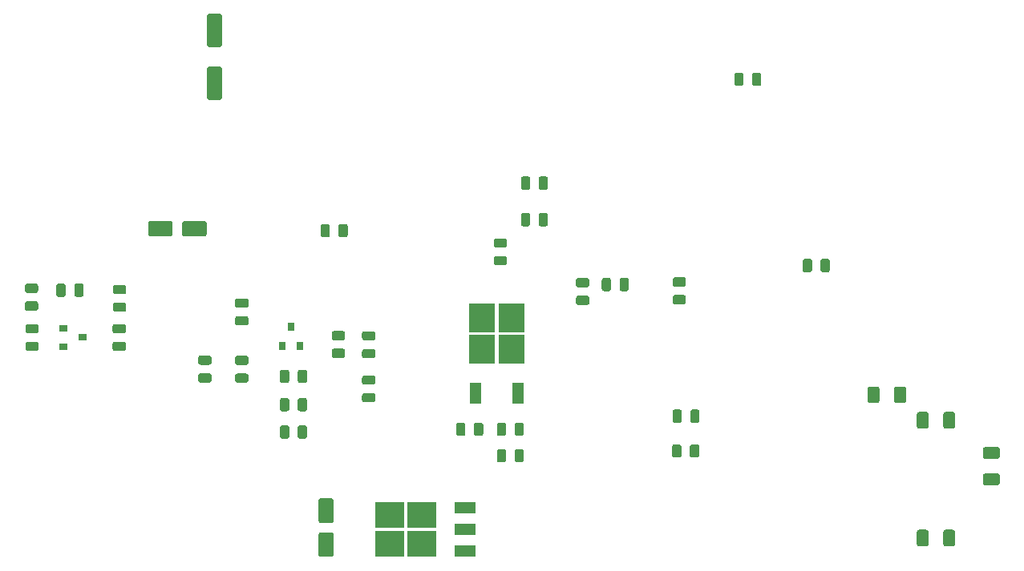
<source format=gtp>
G04 #@! TF.GenerationSoftware,KiCad,Pcbnew,(5.1.5)-3*
G04 #@! TF.CreationDate,2021-07-25T13:57:05-05:00*
G04 #@! TF.ProjectId,IRF510-Amplifier,49524635-3130-42d4-916d-706c69666965,rev?*
G04 #@! TF.SameCoordinates,Original*
G04 #@! TF.FileFunction,Paste,Top*
G04 #@! TF.FilePolarity,Positive*
%FSLAX46Y46*%
G04 Gerber Fmt 4.6, Leading zero omitted, Abs format (unit mm)*
G04 Created by KiCad (PCBNEW (5.1.5)-3) date 2021-07-25 13:57:05*
%MOMM*%
%LPD*%
G04 APERTURE LIST*
%ADD10C,0.100000*%
%ADD11R,0.900000X0.800000*%
%ADD12R,3.050000X2.750000*%
%ADD13R,2.200000X1.200000*%
%ADD14R,2.750000X3.050000*%
%ADD15R,1.200000X2.200000*%
%ADD16R,0.800000X0.900000*%
G04 APERTURE END LIST*
D10*
G36*
X113167642Y-53001174D02*
G01*
X113191303Y-53004684D01*
X113214507Y-53010496D01*
X113237029Y-53018554D01*
X113258653Y-53028782D01*
X113279170Y-53041079D01*
X113298383Y-53055329D01*
X113316107Y-53071393D01*
X113332171Y-53089117D01*
X113346421Y-53108330D01*
X113358718Y-53128847D01*
X113368946Y-53150471D01*
X113377004Y-53172993D01*
X113382816Y-53196197D01*
X113386326Y-53219858D01*
X113387500Y-53243750D01*
X113387500Y-54156250D01*
X113386326Y-54180142D01*
X113382816Y-54203803D01*
X113377004Y-54227007D01*
X113368946Y-54249529D01*
X113358718Y-54271153D01*
X113346421Y-54291670D01*
X113332171Y-54310883D01*
X113316107Y-54328607D01*
X113298383Y-54344671D01*
X113279170Y-54358921D01*
X113258653Y-54371218D01*
X113237029Y-54381446D01*
X113214507Y-54389504D01*
X113191303Y-54395316D01*
X113167642Y-54398826D01*
X113143750Y-54400000D01*
X112656250Y-54400000D01*
X112632358Y-54398826D01*
X112608697Y-54395316D01*
X112585493Y-54389504D01*
X112562971Y-54381446D01*
X112541347Y-54371218D01*
X112520830Y-54358921D01*
X112501617Y-54344671D01*
X112483893Y-54328607D01*
X112467829Y-54310883D01*
X112453579Y-54291670D01*
X112441282Y-54271153D01*
X112431054Y-54249529D01*
X112422996Y-54227007D01*
X112417184Y-54203803D01*
X112413674Y-54180142D01*
X112412500Y-54156250D01*
X112412500Y-53243750D01*
X112413674Y-53219858D01*
X112417184Y-53196197D01*
X112422996Y-53172993D01*
X112431054Y-53150471D01*
X112441282Y-53128847D01*
X112453579Y-53108330D01*
X112467829Y-53089117D01*
X112483893Y-53071393D01*
X112501617Y-53055329D01*
X112520830Y-53041079D01*
X112541347Y-53028782D01*
X112562971Y-53018554D01*
X112585493Y-53010496D01*
X112608697Y-53004684D01*
X112632358Y-53001174D01*
X112656250Y-53000000D01*
X113143750Y-53000000D01*
X113167642Y-53001174D01*
G37*
G36*
X111292642Y-53001174D02*
G01*
X111316303Y-53004684D01*
X111339507Y-53010496D01*
X111362029Y-53018554D01*
X111383653Y-53028782D01*
X111404170Y-53041079D01*
X111423383Y-53055329D01*
X111441107Y-53071393D01*
X111457171Y-53089117D01*
X111471421Y-53108330D01*
X111483718Y-53128847D01*
X111493946Y-53150471D01*
X111502004Y-53172993D01*
X111507816Y-53196197D01*
X111511326Y-53219858D01*
X111512500Y-53243750D01*
X111512500Y-54156250D01*
X111511326Y-54180142D01*
X111507816Y-54203803D01*
X111502004Y-54227007D01*
X111493946Y-54249529D01*
X111483718Y-54271153D01*
X111471421Y-54291670D01*
X111457171Y-54310883D01*
X111441107Y-54328607D01*
X111423383Y-54344671D01*
X111404170Y-54358921D01*
X111383653Y-54371218D01*
X111362029Y-54381446D01*
X111339507Y-54389504D01*
X111316303Y-54395316D01*
X111292642Y-54398826D01*
X111268750Y-54400000D01*
X110781250Y-54400000D01*
X110757358Y-54398826D01*
X110733697Y-54395316D01*
X110710493Y-54389504D01*
X110687971Y-54381446D01*
X110666347Y-54371218D01*
X110645830Y-54358921D01*
X110626617Y-54344671D01*
X110608893Y-54328607D01*
X110592829Y-54310883D01*
X110578579Y-54291670D01*
X110566282Y-54271153D01*
X110556054Y-54249529D01*
X110547996Y-54227007D01*
X110542184Y-54203803D01*
X110538674Y-54180142D01*
X110537500Y-54156250D01*
X110537500Y-53243750D01*
X110538674Y-53219858D01*
X110542184Y-53196197D01*
X110547996Y-53172993D01*
X110556054Y-53150471D01*
X110566282Y-53128847D01*
X110578579Y-53108330D01*
X110592829Y-53089117D01*
X110608893Y-53071393D01*
X110626617Y-53055329D01*
X110645830Y-53041079D01*
X110666347Y-53028782D01*
X110687971Y-53018554D01*
X110710493Y-53010496D01*
X110733697Y-53004684D01*
X110757358Y-53001174D01*
X110781250Y-53000000D01*
X111268750Y-53000000D01*
X111292642Y-53001174D01*
G37*
G36*
X94674504Y-52701204D02*
G01*
X94698773Y-52704804D01*
X94722571Y-52710765D01*
X94745671Y-52719030D01*
X94767849Y-52729520D01*
X94788893Y-52742133D01*
X94808598Y-52756747D01*
X94826777Y-52773223D01*
X94843253Y-52791402D01*
X94857867Y-52811107D01*
X94870480Y-52832151D01*
X94880970Y-52854329D01*
X94889235Y-52877429D01*
X94895196Y-52901227D01*
X94898796Y-52925496D01*
X94900000Y-52950000D01*
X94900000Y-54050000D01*
X94898796Y-54074504D01*
X94895196Y-54098773D01*
X94889235Y-54122571D01*
X94880970Y-54145671D01*
X94870480Y-54167849D01*
X94857867Y-54188893D01*
X94843253Y-54208598D01*
X94826777Y-54226777D01*
X94808598Y-54243253D01*
X94788893Y-54257867D01*
X94767849Y-54270480D01*
X94745671Y-54280970D01*
X94722571Y-54289235D01*
X94698773Y-54295196D01*
X94674504Y-54298796D01*
X94650000Y-54300000D01*
X92550000Y-54300000D01*
X92525496Y-54298796D01*
X92501227Y-54295196D01*
X92477429Y-54289235D01*
X92454329Y-54280970D01*
X92432151Y-54270480D01*
X92411107Y-54257867D01*
X92391402Y-54243253D01*
X92373223Y-54226777D01*
X92356747Y-54208598D01*
X92342133Y-54188893D01*
X92329520Y-54167849D01*
X92319030Y-54145671D01*
X92310765Y-54122571D01*
X92304804Y-54098773D01*
X92301204Y-54074504D01*
X92300000Y-54050000D01*
X92300000Y-52950000D01*
X92301204Y-52925496D01*
X92304804Y-52901227D01*
X92310765Y-52877429D01*
X92319030Y-52854329D01*
X92329520Y-52832151D01*
X92342133Y-52811107D01*
X92356747Y-52791402D01*
X92373223Y-52773223D01*
X92391402Y-52756747D01*
X92411107Y-52742133D01*
X92432151Y-52729520D01*
X92454329Y-52719030D01*
X92477429Y-52710765D01*
X92501227Y-52704804D01*
X92525496Y-52701204D01*
X92550000Y-52700000D01*
X94650000Y-52700000D01*
X94674504Y-52701204D01*
G37*
G36*
X98274504Y-52701204D02*
G01*
X98298773Y-52704804D01*
X98322571Y-52710765D01*
X98345671Y-52719030D01*
X98367849Y-52729520D01*
X98388893Y-52742133D01*
X98408598Y-52756747D01*
X98426777Y-52773223D01*
X98443253Y-52791402D01*
X98457867Y-52811107D01*
X98470480Y-52832151D01*
X98480970Y-52854329D01*
X98489235Y-52877429D01*
X98495196Y-52901227D01*
X98498796Y-52925496D01*
X98500000Y-52950000D01*
X98500000Y-54050000D01*
X98498796Y-54074504D01*
X98495196Y-54098773D01*
X98489235Y-54122571D01*
X98480970Y-54145671D01*
X98470480Y-54167849D01*
X98457867Y-54188893D01*
X98443253Y-54208598D01*
X98426777Y-54226777D01*
X98408598Y-54243253D01*
X98388893Y-54257867D01*
X98367849Y-54270480D01*
X98345671Y-54280970D01*
X98322571Y-54289235D01*
X98298773Y-54295196D01*
X98274504Y-54298796D01*
X98250000Y-54300000D01*
X96150000Y-54300000D01*
X96125496Y-54298796D01*
X96101227Y-54295196D01*
X96077429Y-54289235D01*
X96054329Y-54280970D01*
X96032151Y-54270480D01*
X96011107Y-54257867D01*
X95991402Y-54243253D01*
X95973223Y-54226777D01*
X95956747Y-54208598D01*
X95942133Y-54188893D01*
X95929520Y-54167849D01*
X95919030Y-54145671D01*
X95910765Y-54122571D01*
X95904804Y-54098773D01*
X95901204Y-54074504D01*
X95900000Y-54050000D01*
X95900000Y-52950000D01*
X95901204Y-52925496D01*
X95904804Y-52901227D01*
X95910765Y-52877429D01*
X95919030Y-52854329D01*
X95929520Y-52832151D01*
X95942133Y-52811107D01*
X95956747Y-52791402D01*
X95973223Y-52773223D01*
X95991402Y-52756747D01*
X96011107Y-52742133D01*
X96032151Y-52729520D01*
X96054329Y-52719030D01*
X96077429Y-52710765D01*
X96101227Y-52704804D01*
X96125496Y-52701204D01*
X96150000Y-52700000D01*
X98250000Y-52700000D01*
X98274504Y-52701204D01*
G37*
G36*
X89740142Y-65451174D02*
G01*
X89763803Y-65454684D01*
X89787007Y-65460496D01*
X89809529Y-65468554D01*
X89831153Y-65478782D01*
X89851670Y-65491079D01*
X89870883Y-65505329D01*
X89888607Y-65521393D01*
X89904671Y-65539117D01*
X89918921Y-65558330D01*
X89931218Y-65578847D01*
X89941446Y-65600471D01*
X89949504Y-65622993D01*
X89955316Y-65646197D01*
X89958826Y-65669858D01*
X89960000Y-65693750D01*
X89960000Y-66181250D01*
X89958826Y-66205142D01*
X89955316Y-66228803D01*
X89949504Y-66252007D01*
X89941446Y-66274529D01*
X89931218Y-66296153D01*
X89918921Y-66316670D01*
X89904671Y-66335883D01*
X89888607Y-66353607D01*
X89870883Y-66369671D01*
X89851670Y-66383921D01*
X89831153Y-66396218D01*
X89809529Y-66406446D01*
X89787007Y-66414504D01*
X89763803Y-66420316D01*
X89740142Y-66423826D01*
X89716250Y-66425000D01*
X88803750Y-66425000D01*
X88779858Y-66423826D01*
X88756197Y-66420316D01*
X88732993Y-66414504D01*
X88710471Y-66406446D01*
X88688847Y-66396218D01*
X88668330Y-66383921D01*
X88649117Y-66369671D01*
X88631393Y-66353607D01*
X88615329Y-66335883D01*
X88601079Y-66316670D01*
X88588782Y-66296153D01*
X88578554Y-66274529D01*
X88570496Y-66252007D01*
X88564684Y-66228803D01*
X88561174Y-66205142D01*
X88560000Y-66181250D01*
X88560000Y-65693750D01*
X88561174Y-65669858D01*
X88564684Y-65646197D01*
X88570496Y-65622993D01*
X88578554Y-65600471D01*
X88588782Y-65578847D01*
X88601079Y-65558330D01*
X88615329Y-65539117D01*
X88631393Y-65521393D01*
X88649117Y-65505329D01*
X88668330Y-65491079D01*
X88688847Y-65478782D01*
X88710471Y-65468554D01*
X88732993Y-65460496D01*
X88756197Y-65454684D01*
X88779858Y-65451174D01*
X88803750Y-65450000D01*
X89716250Y-65450000D01*
X89740142Y-65451174D01*
G37*
G36*
X89740142Y-63576174D02*
G01*
X89763803Y-63579684D01*
X89787007Y-63585496D01*
X89809529Y-63593554D01*
X89831153Y-63603782D01*
X89851670Y-63616079D01*
X89870883Y-63630329D01*
X89888607Y-63646393D01*
X89904671Y-63664117D01*
X89918921Y-63683330D01*
X89931218Y-63703847D01*
X89941446Y-63725471D01*
X89949504Y-63747993D01*
X89955316Y-63771197D01*
X89958826Y-63794858D01*
X89960000Y-63818750D01*
X89960000Y-64306250D01*
X89958826Y-64330142D01*
X89955316Y-64353803D01*
X89949504Y-64377007D01*
X89941446Y-64399529D01*
X89931218Y-64421153D01*
X89918921Y-64441670D01*
X89904671Y-64460883D01*
X89888607Y-64478607D01*
X89870883Y-64494671D01*
X89851670Y-64508921D01*
X89831153Y-64521218D01*
X89809529Y-64531446D01*
X89787007Y-64539504D01*
X89763803Y-64545316D01*
X89740142Y-64548826D01*
X89716250Y-64550000D01*
X88803750Y-64550000D01*
X88779858Y-64548826D01*
X88756197Y-64545316D01*
X88732993Y-64539504D01*
X88710471Y-64531446D01*
X88688847Y-64521218D01*
X88668330Y-64508921D01*
X88649117Y-64494671D01*
X88631393Y-64478607D01*
X88615329Y-64460883D01*
X88601079Y-64441670D01*
X88588782Y-64421153D01*
X88578554Y-64399529D01*
X88570496Y-64377007D01*
X88564684Y-64353803D01*
X88561174Y-64330142D01*
X88560000Y-64306250D01*
X88560000Y-63818750D01*
X88561174Y-63794858D01*
X88564684Y-63771197D01*
X88570496Y-63747993D01*
X88578554Y-63725471D01*
X88588782Y-63703847D01*
X88601079Y-63683330D01*
X88615329Y-63664117D01*
X88631393Y-63646393D01*
X88649117Y-63630329D01*
X88668330Y-63616079D01*
X88688847Y-63603782D01*
X88710471Y-63593554D01*
X88732993Y-63585496D01*
X88756197Y-63579684D01*
X88779858Y-63576174D01*
X88803750Y-63575000D01*
X89716250Y-63575000D01*
X89740142Y-63576174D01*
G37*
G36*
X125592642Y-74001174D02*
G01*
X125616303Y-74004684D01*
X125639507Y-74010496D01*
X125662029Y-74018554D01*
X125683653Y-74028782D01*
X125704170Y-74041079D01*
X125723383Y-74055329D01*
X125741107Y-74071393D01*
X125757171Y-74089117D01*
X125771421Y-74108330D01*
X125783718Y-74128847D01*
X125793946Y-74150471D01*
X125802004Y-74172993D01*
X125807816Y-74196197D01*
X125811326Y-74219858D01*
X125812500Y-74243750D01*
X125812500Y-75156250D01*
X125811326Y-75180142D01*
X125807816Y-75203803D01*
X125802004Y-75227007D01*
X125793946Y-75249529D01*
X125783718Y-75271153D01*
X125771421Y-75291670D01*
X125757171Y-75310883D01*
X125741107Y-75328607D01*
X125723383Y-75344671D01*
X125704170Y-75358921D01*
X125683653Y-75371218D01*
X125662029Y-75381446D01*
X125639507Y-75389504D01*
X125616303Y-75395316D01*
X125592642Y-75398826D01*
X125568750Y-75400000D01*
X125081250Y-75400000D01*
X125057358Y-75398826D01*
X125033697Y-75395316D01*
X125010493Y-75389504D01*
X124987971Y-75381446D01*
X124966347Y-75371218D01*
X124945830Y-75358921D01*
X124926617Y-75344671D01*
X124908893Y-75328607D01*
X124892829Y-75310883D01*
X124878579Y-75291670D01*
X124866282Y-75271153D01*
X124856054Y-75249529D01*
X124847996Y-75227007D01*
X124842184Y-75203803D01*
X124838674Y-75180142D01*
X124837500Y-75156250D01*
X124837500Y-74243750D01*
X124838674Y-74219858D01*
X124842184Y-74196197D01*
X124847996Y-74172993D01*
X124856054Y-74150471D01*
X124866282Y-74128847D01*
X124878579Y-74108330D01*
X124892829Y-74089117D01*
X124908893Y-74071393D01*
X124926617Y-74055329D01*
X124945830Y-74041079D01*
X124966347Y-74028782D01*
X124987971Y-74018554D01*
X125010493Y-74010496D01*
X125033697Y-74004684D01*
X125057358Y-74001174D01*
X125081250Y-74000000D01*
X125568750Y-74000000D01*
X125592642Y-74001174D01*
G37*
G36*
X127467642Y-74001174D02*
G01*
X127491303Y-74004684D01*
X127514507Y-74010496D01*
X127537029Y-74018554D01*
X127558653Y-74028782D01*
X127579170Y-74041079D01*
X127598383Y-74055329D01*
X127616107Y-74071393D01*
X127632171Y-74089117D01*
X127646421Y-74108330D01*
X127658718Y-74128847D01*
X127668946Y-74150471D01*
X127677004Y-74172993D01*
X127682816Y-74196197D01*
X127686326Y-74219858D01*
X127687500Y-74243750D01*
X127687500Y-75156250D01*
X127686326Y-75180142D01*
X127682816Y-75203803D01*
X127677004Y-75227007D01*
X127668946Y-75249529D01*
X127658718Y-75271153D01*
X127646421Y-75291670D01*
X127632171Y-75310883D01*
X127616107Y-75328607D01*
X127598383Y-75344671D01*
X127579170Y-75358921D01*
X127558653Y-75371218D01*
X127537029Y-75381446D01*
X127514507Y-75389504D01*
X127491303Y-75395316D01*
X127467642Y-75398826D01*
X127443750Y-75400000D01*
X126956250Y-75400000D01*
X126932358Y-75398826D01*
X126908697Y-75395316D01*
X126885493Y-75389504D01*
X126862971Y-75381446D01*
X126841347Y-75371218D01*
X126820830Y-75358921D01*
X126801617Y-75344671D01*
X126783893Y-75328607D01*
X126767829Y-75310883D01*
X126753579Y-75291670D01*
X126741282Y-75271153D01*
X126731054Y-75249529D01*
X126722996Y-75227007D01*
X126717184Y-75203803D01*
X126713674Y-75180142D01*
X126712500Y-75156250D01*
X126712500Y-74243750D01*
X126713674Y-74219858D01*
X126717184Y-74196197D01*
X126722996Y-74172993D01*
X126731054Y-74150471D01*
X126741282Y-74128847D01*
X126753579Y-74108330D01*
X126767829Y-74089117D01*
X126783893Y-74071393D01*
X126801617Y-74055329D01*
X126820830Y-74041079D01*
X126841347Y-74028782D01*
X126862971Y-74018554D01*
X126885493Y-74010496D01*
X126908697Y-74004684D01*
X126932358Y-74001174D01*
X126956250Y-74000000D01*
X127443750Y-74000000D01*
X127467642Y-74001174D01*
G37*
G36*
X129892642Y-76801174D02*
G01*
X129916303Y-76804684D01*
X129939507Y-76810496D01*
X129962029Y-76818554D01*
X129983653Y-76828782D01*
X130004170Y-76841079D01*
X130023383Y-76855329D01*
X130041107Y-76871393D01*
X130057171Y-76889117D01*
X130071421Y-76908330D01*
X130083718Y-76928847D01*
X130093946Y-76950471D01*
X130102004Y-76972993D01*
X130107816Y-76996197D01*
X130111326Y-77019858D01*
X130112500Y-77043750D01*
X130112500Y-77956250D01*
X130111326Y-77980142D01*
X130107816Y-78003803D01*
X130102004Y-78027007D01*
X130093946Y-78049529D01*
X130083718Y-78071153D01*
X130071421Y-78091670D01*
X130057171Y-78110883D01*
X130041107Y-78128607D01*
X130023383Y-78144671D01*
X130004170Y-78158921D01*
X129983653Y-78171218D01*
X129962029Y-78181446D01*
X129939507Y-78189504D01*
X129916303Y-78195316D01*
X129892642Y-78198826D01*
X129868750Y-78200000D01*
X129381250Y-78200000D01*
X129357358Y-78198826D01*
X129333697Y-78195316D01*
X129310493Y-78189504D01*
X129287971Y-78181446D01*
X129266347Y-78171218D01*
X129245830Y-78158921D01*
X129226617Y-78144671D01*
X129208893Y-78128607D01*
X129192829Y-78110883D01*
X129178579Y-78091670D01*
X129166282Y-78071153D01*
X129156054Y-78049529D01*
X129147996Y-78027007D01*
X129142184Y-78003803D01*
X129138674Y-77980142D01*
X129137500Y-77956250D01*
X129137500Y-77043750D01*
X129138674Y-77019858D01*
X129142184Y-76996197D01*
X129147996Y-76972993D01*
X129156054Y-76950471D01*
X129166282Y-76928847D01*
X129178579Y-76908330D01*
X129192829Y-76889117D01*
X129208893Y-76871393D01*
X129226617Y-76855329D01*
X129245830Y-76841079D01*
X129266347Y-76828782D01*
X129287971Y-76818554D01*
X129310493Y-76810496D01*
X129333697Y-76804684D01*
X129357358Y-76801174D01*
X129381250Y-76800000D01*
X129868750Y-76800000D01*
X129892642Y-76801174D01*
G37*
G36*
X131767642Y-76801174D02*
G01*
X131791303Y-76804684D01*
X131814507Y-76810496D01*
X131837029Y-76818554D01*
X131858653Y-76828782D01*
X131879170Y-76841079D01*
X131898383Y-76855329D01*
X131916107Y-76871393D01*
X131932171Y-76889117D01*
X131946421Y-76908330D01*
X131958718Y-76928847D01*
X131968946Y-76950471D01*
X131977004Y-76972993D01*
X131982816Y-76996197D01*
X131986326Y-77019858D01*
X131987500Y-77043750D01*
X131987500Y-77956250D01*
X131986326Y-77980142D01*
X131982816Y-78003803D01*
X131977004Y-78027007D01*
X131968946Y-78049529D01*
X131958718Y-78071153D01*
X131946421Y-78091670D01*
X131932171Y-78110883D01*
X131916107Y-78128607D01*
X131898383Y-78144671D01*
X131879170Y-78158921D01*
X131858653Y-78171218D01*
X131837029Y-78181446D01*
X131814507Y-78189504D01*
X131791303Y-78195316D01*
X131767642Y-78198826D01*
X131743750Y-78200000D01*
X131256250Y-78200000D01*
X131232358Y-78198826D01*
X131208697Y-78195316D01*
X131185493Y-78189504D01*
X131162971Y-78181446D01*
X131141347Y-78171218D01*
X131120830Y-78158921D01*
X131101617Y-78144671D01*
X131083893Y-78128607D01*
X131067829Y-78110883D01*
X131053579Y-78091670D01*
X131041282Y-78071153D01*
X131031054Y-78049529D01*
X131022996Y-78027007D01*
X131017184Y-78003803D01*
X131013674Y-77980142D01*
X131012500Y-77956250D01*
X131012500Y-77043750D01*
X131013674Y-77019858D01*
X131017184Y-76996197D01*
X131022996Y-76972993D01*
X131031054Y-76950471D01*
X131041282Y-76928847D01*
X131053579Y-76908330D01*
X131067829Y-76889117D01*
X131083893Y-76871393D01*
X131101617Y-76855329D01*
X131120830Y-76841079D01*
X131141347Y-76828782D01*
X131162971Y-76818554D01*
X131185493Y-76810496D01*
X131208697Y-76804684D01*
X131232358Y-76801174D01*
X131256250Y-76800000D01*
X131743750Y-76800000D01*
X131767642Y-76801174D01*
G37*
G36*
X106992642Y-74301174D02*
G01*
X107016303Y-74304684D01*
X107039507Y-74310496D01*
X107062029Y-74318554D01*
X107083653Y-74328782D01*
X107104170Y-74341079D01*
X107123383Y-74355329D01*
X107141107Y-74371393D01*
X107157171Y-74389117D01*
X107171421Y-74408330D01*
X107183718Y-74428847D01*
X107193946Y-74450471D01*
X107202004Y-74472993D01*
X107207816Y-74496197D01*
X107211326Y-74519858D01*
X107212500Y-74543750D01*
X107212500Y-75456250D01*
X107211326Y-75480142D01*
X107207816Y-75503803D01*
X107202004Y-75527007D01*
X107193946Y-75549529D01*
X107183718Y-75571153D01*
X107171421Y-75591670D01*
X107157171Y-75610883D01*
X107141107Y-75628607D01*
X107123383Y-75644671D01*
X107104170Y-75658921D01*
X107083653Y-75671218D01*
X107062029Y-75681446D01*
X107039507Y-75689504D01*
X107016303Y-75695316D01*
X106992642Y-75698826D01*
X106968750Y-75700000D01*
X106481250Y-75700000D01*
X106457358Y-75698826D01*
X106433697Y-75695316D01*
X106410493Y-75689504D01*
X106387971Y-75681446D01*
X106366347Y-75671218D01*
X106345830Y-75658921D01*
X106326617Y-75644671D01*
X106308893Y-75628607D01*
X106292829Y-75610883D01*
X106278579Y-75591670D01*
X106266282Y-75571153D01*
X106256054Y-75549529D01*
X106247996Y-75527007D01*
X106242184Y-75503803D01*
X106238674Y-75480142D01*
X106237500Y-75456250D01*
X106237500Y-74543750D01*
X106238674Y-74519858D01*
X106242184Y-74496197D01*
X106247996Y-74472993D01*
X106256054Y-74450471D01*
X106266282Y-74428847D01*
X106278579Y-74408330D01*
X106292829Y-74389117D01*
X106308893Y-74371393D01*
X106326617Y-74355329D01*
X106345830Y-74341079D01*
X106366347Y-74328782D01*
X106387971Y-74318554D01*
X106410493Y-74310496D01*
X106433697Y-74304684D01*
X106457358Y-74301174D01*
X106481250Y-74300000D01*
X106968750Y-74300000D01*
X106992642Y-74301174D01*
G37*
G36*
X108867642Y-74301174D02*
G01*
X108891303Y-74304684D01*
X108914507Y-74310496D01*
X108937029Y-74318554D01*
X108958653Y-74328782D01*
X108979170Y-74341079D01*
X108998383Y-74355329D01*
X109016107Y-74371393D01*
X109032171Y-74389117D01*
X109046421Y-74408330D01*
X109058718Y-74428847D01*
X109068946Y-74450471D01*
X109077004Y-74472993D01*
X109082816Y-74496197D01*
X109086326Y-74519858D01*
X109087500Y-74543750D01*
X109087500Y-75456250D01*
X109086326Y-75480142D01*
X109082816Y-75503803D01*
X109077004Y-75527007D01*
X109068946Y-75549529D01*
X109058718Y-75571153D01*
X109046421Y-75591670D01*
X109032171Y-75610883D01*
X109016107Y-75628607D01*
X108998383Y-75644671D01*
X108979170Y-75658921D01*
X108958653Y-75671218D01*
X108937029Y-75681446D01*
X108914507Y-75689504D01*
X108891303Y-75695316D01*
X108867642Y-75698826D01*
X108843750Y-75700000D01*
X108356250Y-75700000D01*
X108332358Y-75698826D01*
X108308697Y-75695316D01*
X108285493Y-75689504D01*
X108262971Y-75681446D01*
X108241347Y-75671218D01*
X108220830Y-75658921D01*
X108201617Y-75644671D01*
X108183893Y-75628607D01*
X108167829Y-75610883D01*
X108153579Y-75591670D01*
X108141282Y-75571153D01*
X108131054Y-75549529D01*
X108122996Y-75527007D01*
X108117184Y-75503803D01*
X108113674Y-75480142D01*
X108112500Y-75456250D01*
X108112500Y-74543750D01*
X108113674Y-74519858D01*
X108117184Y-74496197D01*
X108122996Y-74472993D01*
X108131054Y-74450471D01*
X108141282Y-74428847D01*
X108153579Y-74408330D01*
X108167829Y-74389117D01*
X108183893Y-74371393D01*
X108201617Y-74355329D01*
X108220830Y-74341079D01*
X108241347Y-74328782D01*
X108262971Y-74318554D01*
X108285493Y-74310496D01*
X108308697Y-74304684D01*
X108332358Y-74301174D01*
X108356250Y-74300000D01*
X108843750Y-74300000D01*
X108867642Y-74301174D01*
G37*
G36*
X129892642Y-74001174D02*
G01*
X129916303Y-74004684D01*
X129939507Y-74010496D01*
X129962029Y-74018554D01*
X129983653Y-74028782D01*
X130004170Y-74041079D01*
X130023383Y-74055329D01*
X130041107Y-74071393D01*
X130057171Y-74089117D01*
X130071421Y-74108330D01*
X130083718Y-74128847D01*
X130093946Y-74150471D01*
X130102004Y-74172993D01*
X130107816Y-74196197D01*
X130111326Y-74219858D01*
X130112500Y-74243750D01*
X130112500Y-75156250D01*
X130111326Y-75180142D01*
X130107816Y-75203803D01*
X130102004Y-75227007D01*
X130093946Y-75249529D01*
X130083718Y-75271153D01*
X130071421Y-75291670D01*
X130057171Y-75310883D01*
X130041107Y-75328607D01*
X130023383Y-75344671D01*
X130004170Y-75358921D01*
X129983653Y-75371218D01*
X129962029Y-75381446D01*
X129939507Y-75389504D01*
X129916303Y-75395316D01*
X129892642Y-75398826D01*
X129868750Y-75400000D01*
X129381250Y-75400000D01*
X129357358Y-75398826D01*
X129333697Y-75395316D01*
X129310493Y-75389504D01*
X129287971Y-75381446D01*
X129266347Y-75371218D01*
X129245830Y-75358921D01*
X129226617Y-75344671D01*
X129208893Y-75328607D01*
X129192829Y-75310883D01*
X129178579Y-75291670D01*
X129166282Y-75271153D01*
X129156054Y-75249529D01*
X129147996Y-75227007D01*
X129142184Y-75203803D01*
X129138674Y-75180142D01*
X129137500Y-75156250D01*
X129137500Y-74243750D01*
X129138674Y-74219858D01*
X129142184Y-74196197D01*
X129147996Y-74172993D01*
X129156054Y-74150471D01*
X129166282Y-74128847D01*
X129178579Y-74108330D01*
X129192829Y-74089117D01*
X129208893Y-74071393D01*
X129226617Y-74055329D01*
X129245830Y-74041079D01*
X129266347Y-74028782D01*
X129287971Y-74018554D01*
X129310493Y-74010496D01*
X129333697Y-74004684D01*
X129357358Y-74001174D01*
X129381250Y-74000000D01*
X129868750Y-74000000D01*
X129892642Y-74001174D01*
G37*
G36*
X131767642Y-74001174D02*
G01*
X131791303Y-74004684D01*
X131814507Y-74010496D01*
X131837029Y-74018554D01*
X131858653Y-74028782D01*
X131879170Y-74041079D01*
X131898383Y-74055329D01*
X131916107Y-74071393D01*
X131932171Y-74089117D01*
X131946421Y-74108330D01*
X131958718Y-74128847D01*
X131968946Y-74150471D01*
X131977004Y-74172993D01*
X131982816Y-74196197D01*
X131986326Y-74219858D01*
X131987500Y-74243750D01*
X131987500Y-75156250D01*
X131986326Y-75180142D01*
X131982816Y-75203803D01*
X131977004Y-75227007D01*
X131968946Y-75249529D01*
X131958718Y-75271153D01*
X131946421Y-75291670D01*
X131932171Y-75310883D01*
X131916107Y-75328607D01*
X131898383Y-75344671D01*
X131879170Y-75358921D01*
X131858653Y-75371218D01*
X131837029Y-75381446D01*
X131814507Y-75389504D01*
X131791303Y-75395316D01*
X131767642Y-75398826D01*
X131743750Y-75400000D01*
X131256250Y-75400000D01*
X131232358Y-75398826D01*
X131208697Y-75395316D01*
X131185493Y-75389504D01*
X131162971Y-75381446D01*
X131141347Y-75371218D01*
X131120830Y-75358921D01*
X131101617Y-75344671D01*
X131083893Y-75328607D01*
X131067829Y-75310883D01*
X131053579Y-75291670D01*
X131041282Y-75271153D01*
X131031054Y-75249529D01*
X131022996Y-75227007D01*
X131017184Y-75203803D01*
X131013674Y-75180142D01*
X131012500Y-75156250D01*
X131012500Y-74243750D01*
X131013674Y-74219858D01*
X131017184Y-74196197D01*
X131022996Y-74172993D01*
X131031054Y-74150471D01*
X131041282Y-74128847D01*
X131053579Y-74108330D01*
X131067829Y-74089117D01*
X131083893Y-74071393D01*
X131101617Y-74055329D01*
X131120830Y-74041079D01*
X131141347Y-74028782D01*
X131162971Y-74018554D01*
X131185493Y-74010496D01*
X131208697Y-74004684D01*
X131232358Y-74001174D01*
X131256250Y-74000000D01*
X131743750Y-74000000D01*
X131767642Y-74001174D01*
G37*
G36*
X112880142Y-66188674D02*
G01*
X112903803Y-66192184D01*
X112927007Y-66197996D01*
X112949529Y-66206054D01*
X112971153Y-66216282D01*
X112991670Y-66228579D01*
X113010883Y-66242829D01*
X113028607Y-66258893D01*
X113044671Y-66276617D01*
X113058921Y-66295830D01*
X113071218Y-66316347D01*
X113081446Y-66337971D01*
X113089504Y-66360493D01*
X113095316Y-66383697D01*
X113098826Y-66407358D01*
X113100000Y-66431250D01*
X113100000Y-66918750D01*
X113098826Y-66942642D01*
X113095316Y-66966303D01*
X113089504Y-66989507D01*
X113081446Y-67012029D01*
X113071218Y-67033653D01*
X113058921Y-67054170D01*
X113044671Y-67073383D01*
X113028607Y-67091107D01*
X113010883Y-67107171D01*
X112991670Y-67121421D01*
X112971153Y-67133718D01*
X112949529Y-67143946D01*
X112927007Y-67152004D01*
X112903803Y-67157816D01*
X112880142Y-67161326D01*
X112856250Y-67162500D01*
X111943750Y-67162500D01*
X111919858Y-67161326D01*
X111896197Y-67157816D01*
X111872993Y-67152004D01*
X111850471Y-67143946D01*
X111828847Y-67133718D01*
X111808330Y-67121421D01*
X111789117Y-67107171D01*
X111771393Y-67091107D01*
X111755329Y-67073383D01*
X111741079Y-67054170D01*
X111728782Y-67033653D01*
X111718554Y-67012029D01*
X111710496Y-66989507D01*
X111704684Y-66966303D01*
X111701174Y-66942642D01*
X111700000Y-66918750D01*
X111700000Y-66431250D01*
X111701174Y-66407358D01*
X111704684Y-66383697D01*
X111710496Y-66360493D01*
X111718554Y-66337971D01*
X111728782Y-66316347D01*
X111741079Y-66295830D01*
X111755329Y-66276617D01*
X111771393Y-66258893D01*
X111789117Y-66242829D01*
X111808330Y-66228579D01*
X111828847Y-66216282D01*
X111850471Y-66206054D01*
X111872993Y-66197996D01*
X111896197Y-66192184D01*
X111919858Y-66188674D01*
X111943750Y-66187500D01*
X112856250Y-66187500D01*
X112880142Y-66188674D01*
G37*
G36*
X112880142Y-64313674D02*
G01*
X112903803Y-64317184D01*
X112927007Y-64322996D01*
X112949529Y-64331054D01*
X112971153Y-64341282D01*
X112991670Y-64353579D01*
X113010883Y-64367829D01*
X113028607Y-64383893D01*
X113044671Y-64401617D01*
X113058921Y-64420830D01*
X113071218Y-64441347D01*
X113081446Y-64462971D01*
X113089504Y-64485493D01*
X113095316Y-64508697D01*
X113098826Y-64532358D01*
X113100000Y-64556250D01*
X113100000Y-65043750D01*
X113098826Y-65067642D01*
X113095316Y-65091303D01*
X113089504Y-65114507D01*
X113081446Y-65137029D01*
X113071218Y-65158653D01*
X113058921Y-65179170D01*
X113044671Y-65198383D01*
X113028607Y-65216107D01*
X113010883Y-65232171D01*
X112991670Y-65246421D01*
X112971153Y-65258718D01*
X112949529Y-65268946D01*
X112927007Y-65277004D01*
X112903803Y-65282816D01*
X112880142Y-65286326D01*
X112856250Y-65287500D01*
X111943750Y-65287500D01*
X111919858Y-65286326D01*
X111896197Y-65282816D01*
X111872993Y-65277004D01*
X111850471Y-65268946D01*
X111828847Y-65258718D01*
X111808330Y-65246421D01*
X111789117Y-65232171D01*
X111771393Y-65216107D01*
X111755329Y-65198383D01*
X111741079Y-65179170D01*
X111728782Y-65158653D01*
X111718554Y-65137029D01*
X111710496Y-65114507D01*
X111704684Y-65091303D01*
X111701174Y-65067642D01*
X111700000Y-65043750D01*
X111700000Y-64556250D01*
X111701174Y-64532358D01*
X111704684Y-64508697D01*
X111710496Y-64485493D01*
X111718554Y-64462971D01*
X111728782Y-64441347D01*
X111741079Y-64420830D01*
X111755329Y-64401617D01*
X111771393Y-64383893D01*
X111789117Y-64367829D01*
X111808330Y-64353579D01*
X111828847Y-64341282D01*
X111850471Y-64331054D01*
X111872993Y-64322996D01*
X111896197Y-64317184D01*
X111919858Y-64313674D01*
X111943750Y-64312500D01*
X112856250Y-64312500D01*
X112880142Y-64313674D01*
G37*
G36*
X108867642Y-71401174D02*
G01*
X108891303Y-71404684D01*
X108914507Y-71410496D01*
X108937029Y-71418554D01*
X108958653Y-71428782D01*
X108979170Y-71441079D01*
X108998383Y-71455329D01*
X109016107Y-71471393D01*
X109032171Y-71489117D01*
X109046421Y-71508330D01*
X109058718Y-71528847D01*
X109068946Y-71550471D01*
X109077004Y-71572993D01*
X109082816Y-71596197D01*
X109086326Y-71619858D01*
X109087500Y-71643750D01*
X109087500Y-72556250D01*
X109086326Y-72580142D01*
X109082816Y-72603803D01*
X109077004Y-72627007D01*
X109068946Y-72649529D01*
X109058718Y-72671153D01*
X109046421Y-72691670D01*
X109032171Y-72710883D01*
X109016107Y-72728607D01*
X108998383Y-72744671D01*
X108979170Y-72758921D01*
X108958653Y-72771218D01*
X108937029Y-72781446D01*
X108914507Y-72789504D01*
X108891303Y-72795316D01*
X108867642Y-72798826D01*
X108843750Y-72800000D01*
X108356250Y-72800000D01*
X108332358Y-72798826D01*
X108308697Y-72795316D01*
X108285493Y-72789504D01*
X108262971Y-72781446D01*
X108241347Y-72771218D01*
X108220830Y-72758921D01*
X108201617Y-72744671D01*
X108183893Y-72728607D01*
X108167829Y-72710883D01*
X108153579Y-72691670D01*
X108141282Y-72671153D01*
X108131054Y-72649529D01*
X108122996Y-72627007D01*
X108117184Y-72603803D01*
X108113674Y-72580142D01*
X108112500Y-72556250D01*
X108112500Y-71643750D01*
X108113674Y-71619858D01*
X108117184Y-71596197D01*
X108122996Y-71572993D01*
X108131054Y-71550471D01*
X108141282Y-71528847D01*
X108153579Y-71508330D01*
X108167829Y-71489117D01*
X108183893Y-71471393D01*
X108201617Y-71455329D01*
X108220830Y-71441079D01*
X108241347Y-71428782D01*
X108262971Y-71418554D01*
X108285493Y-71410496D01*
X108308697Y-71404684D01*
X108332358Y-71401174D01*
X108356250Y-71400000D01*
X108843750Y-71400000D01*
X108867642Y-71401174D01*
G37*
G36*
X106992642Y-71401174D02*
G01*
X107016303Y-71404684D01*
X107039507Y-71410496D01*
X107062029Y-71418554D01*
X107083653Y-71428782D01*
X107104170Y-71441079D01*
X107123383Y-71455329D01*
X107141107Y-71471393D01*
X107157171Y-71489117D01*
X107171421Y-71508330D01*
X107183718Y-71528847D01*
X107193946Y-71550471D01*
X107202004Y-71572993D01*
X107207816Y-71596197D01*
X107211326Y-71619858D01*
X107212500Y-71643750D01*
X107212500Y-72556250D01*
X107211326Y-72580142D01*
X107207816Y-72603803D01*
X107202004Y-72627007D01*
X107193946Y-72649529D01*
X107183718Y-72671153D01*
X107171421Y-72691670D01*
X107157171Y-72710883D01*
X107141107Y-72728607D01*
X107123383Y-72744671D01*
X107104170Y-72758921D01*
X107083653Y-72771218D01*
X107062029Y-72781446D01*
X107039507Y-72789504D01*
X107016303Y-72795316D01*
X106992642Y-72798826D01*
X106968750Y-72800000D01*
X106481250Y-72800000D01*
X106457358Y-72798826D01*
X106433697Y-72795316D01*
X106410493Y-72789504D01*
X106387971Y-72781446D01*
X106366347Y-72771218D01*
X106345830Y-72758921D01*
X106326617Y-72744671D01*
X106308893Y-72728607D01*
X106292829Y-72710883D01*
X106278579Y-72691670D01*
X106266282Y-72671153D01*
X106256054Y-72649529D01*
X106247996Y-72627007D01*
X106242184Y-72603803D01*
X106238674Y-72580142D01*
X106237500Y-72556250D01*
X106237500Y-71643750D01*
X106238674Y-71619858D01*
X106242184Y-71596197D01*
X106247996Y-71572993D01*
X106256054Y-71550471D01*
X106266282Y-71528847D01*
X106278579Y-71508330D01*
X106292829Y-71489117D01*
X106308893Y-71471393D01*
X106326617Y-71455329D01*
X106345830Y-71441079D01*
X106366347Y-71428782D01*
X106387971Y-71418554D01*
X106410493Y-71410496D01*
X106433697Y-71404684D01*
X106457358Y-71401174D01*
X106481250Y-71400000D01*
X106968750Y-71400000D01*
X106992642Y-71401174D01*
G37*
G36*
X150319142Y-72617174D02*
G01*
X150342803Y-72620684D01*
X150366007Y-72626496D01*
X150388529Y-72634554D01*
X150410153Y-72644782D01*
X150430670Y-72657079D01*
X150449883Y-72671329D01*
X150467607Y-72687393D01*
X150483671Y-72705117D01*
X150497921Y-72724330D01*
X150510218Y-72744847D01*
X150520446Y-72766471D01*
X150528504Y-72788993D01*
X150534316Y-72812197D01*
X150537826Y-72835858D01*
X150539000Y-72859750D01*
X150539000Y-73772250D01*
X150537826Y-73796142D01*
X150534316Y-73819803D01*
X150528504Y-73843007D01*
X150520446Y-73865529D01*
X150510218Y-73887153D01*
X150497921Y-73907670D01*
X150483671Y-73926883D01*
X150467607Y-73944607D01*
X150449883Y-73960671D01*
X150430670Y-73974921D01*
X150410153Y-73987218D01*
X150388529Y-73997446D01*
X150366007Y-74005504D01*
X150342803Y-74011316D01*
X150319142Y-74014826D01*
X150295250Y-74016000D01*
X149807750Y-74016000D01*
X149783858Y-74014826D01*
X149760197Y-74011316D01*
X149736993Y-74005504D01*
X149714471Y-73997446D01*
X149692847Y-73987218D01*
X149672330Y-73974921D01*
X149653117Y-73960671D01*
X149635393Y-73944607D01*
X149619329Y-73926883D01*
X149605079Y-73907670D01*
X149592782Y-73887153D01*
X149582554Y-73865529D01*
X149574496Y-73843007D01*
X149568684Y-73819803D01*
X149565174Y-73796142D01*
X149564000Y-73772250D01*
X149564000Y-72859750D01*
X149565174Y-72835858D01*
X149568684Y-72812197D01*
X149574496Y-72788993D01*
X149582554Y-72766471D01*
X149592782Y-72744847D01*
X149605079Y-72724330D01*
X149619329Y-72705117D01*
X149635393Y-72687393D01*
X149653117Y-72671329D01*
X149672330Y-72657079D01*
X149692847Y-72644782D01*
X149714471Y-72634554D01*
X149736993Y-72626496D01*
X149760197Y-72620684D01*
X149783858Y-72617174D01*
X149807750Y-72616000D01*
X150295250Y-72616000D01*
X150319142Y-72617174D01*
G37*
G36*
X148444142Y-72617174D02*
G01*
X148467803Y-72620684D01*
X148491007Y-72626496D01*
X148513529Y-72634554D01*
X148535153Y-72644782D01*
X148555670Y-72657079D01*
X148574883Y-72671329D01*
X148592607Y-72687393D01*
X148608671Y-72705117D01*
X148622921Y-72724330D01*
X148635218Y-72744847D01*
X148645446Y-72766471D01*
X148653504Y-72788993D01*
X148659316Y-72812197D01*
X148662826Y-72835858D01*
X148664000Y-72859750D01*
X148664000Y-73772250D01*
X148662826Y-73796142D01*
X148659316Y-73819803D01*
X148653504Y-73843007D01*
X148645446Y-73865529D01*
X148635218Y-73887153D01*
X148622921Y-73907670D01*
X148608671Y-73926883D01*
X148592607Y-73944607D01*
X148574883Y-73960671D01*
X148555670Y-73974921D01*
X148535153Y-73987218D01*
X148513529Y-73997446D01*
X148491007Y-74005504D01*
X148467803Y-74011316D01*
X148444142Y-74014826D01*
X148420250Y-74016000D01*
X147932750Y-74016000D01*
X147908858Y-74014826D01*
X147885197Y-74011316D01*
X147861993Y-74005504D01*
X147839471Y-73997446D01*
X147817847Y-73987218D01*
X147797330Y-73974921D01*
X147778117Y-73960671D01*
X147760393Y-73944607D01*
X147744329Y-73926883D01*
X147730079Y-73907670D01*
X147717782Y-73887153D01*
X147707554Y-73865529D01*
X147699496Y-73843007D01*
X147693684Y-73819803D01*
X147690174Y-73796142D01*
X147689000Y-73772250D01*
X147689000Y-72859750D01*
X147690174Y-72835858D01*
X147693684Y-72812197D01*
X147699496Y-72788993D01*
X147707554Y-72766471D01*
X147717782Y-72744847D01*
X147730079Y-72724330D01*
X147744329Y-72705117D01*
X147760393Y-72687393D01*
X147778117Y-72671329D01*
X147797330Y-72657079D01*
X147817847Y-72644782D01*
X147839471Y-72634554D01*
X147861993Y-72626496D01*
X147885197Y-72620684D01*
X147908858Y-72617174D01*
X147932750Y-72616000D01*
X148420250Y-72616000D01*
X148444142Y-72617174D01*
G37*
G36*
X134311142Y-47978174D02*
G01*
X134334803Y-47981684D01*
X134358007Y-47987496D01*
X134380529Y-47995554D01*
X134402153Y-48005782D01*
X134422670Y-48018079D01*
X134441883Y-48032329D01*
X134459607Y-48048393D01*
X134475671Y-48066117D01*
X134489921Y-48085330D01*
X134502218Y-48105847D01*
X134512446Y-48127471D01*
X134520504Y-48149993D01*
X134526316Y-48173197D01*
X134529826Y-48196858D01*
X134531000Y-48220750D01*
X134531000Y-49133250D01*
X134529826Y-49157142D01*
X134526316Y-49180803D01*
X134520504Y-49204007D01*
X134512446Y-49226529D01*
X134502218Y-49248153D01*
X134489921Y-49268670D01*
X134475671Y-49287883D01*
X134459607Y-49305607D01*
X134441883Y-49321671D01*
X134422670Y-49335921D01*
X134402153Y-49348218D01*
X134380529Y-49358446D01*
X134358007Y-49366504D01*
X134334803Y-49372316D01*
X134311142Y-49375826D01*
X134287250Y-49377000D01*
X133799750Y-49377000D01*
X133775858Y-49375826D01*
X133752197Y-49372316D01*
X133728993Y-49366504D01*
X133706471Y-49358446D01*
X133684847Y-49348218D01*
X133664330Y-49335921D01*
X133645117Y-49321671D01*
X133627393Y-49305607D01*
X133611329Y-49287883D01*
X133597079Y-49268670D01*
X133584782Y-49248153D01*
X133574554Y-49226529D01*
X133566496Y-49204007D01*
X133560684Y-49180803D01*
X133557174Y-49157142D01*
X133556000Y-49133250D01*
X133556000Y-48220750D01*
X133557174Y-48196858D01*
X133560684Y-48173197D01*
X133566496Y-48149993D01*
X133574554Y-48127471D01*
X133584782Y-48105847D01*
X133597079Y-48085330D01*
X133611329Y-48066117D01*
X133627393Y-48048393D01*
X133645117Y-48032329D01*
X133664330Y-48018079D01*
X133684847Y-48005782D01*
X133706471Y-47995554D01*
X133728993Y-47987496D01*
X133752197Y-47981684D01*
X133775858Y-47978174D01*
X133799750Y-47977000D01*
X134287250Y-47977000D01*
X134311142Y-47978174D01*
G37*
G36*
X132436142Y-47978174D02*
G01*
X132459803Y-47981684D01*
X132483007Y-47987496D01*
X132505529Y-47995554D01*
X132527153Y-48005782D01*
X132547670Y-48018079D01*
X132566883Y-48032329D01*
X132584607Y-48048393D01*
X132600671Y-48066117D01*
X132614921Y-48085330D01*
X132627218Y-48105847D01*
X132637446Y-48127471D01*
X132645504Y-48149993D01*
X132651316Y-48173197D01*
X132654826Y-48196858D01*
X132656000Y-48220750D01*
X132656000Y-49133250D01*
X132654826Y-49157142D01*
X132651316Y-49180803D01*
X132645504Y-49204007D01*
X132637446Y-49226529D01*
X132627218Y-49248153D01*
X132614921Y-49268670D01*
X132600671Y-49287883D01*
X132584607Y-49305607D01*
X132566883Y-49321671D01*
X132547670Y-49335921D01*
X132527153Y-49348218D01*
X132505529Y-49358446D01*
X132483007Y-49366504D01*
X132459803Y-49372316D01*
X132436142Y-49375826D01*
X132412250Y-49377000D01*
X131924750Y-49377000D01*
X131900858Y-49375826D01*
X131877197Y-49372316D01*
X131853993Y-49366504D01*
X131831471Y-49358446D01*
X131809847Y-49348218D01*
X131789330Y-49335921D01*
X131770117Y-49321671D01*
X131752393Y-49305607D01*
X131736329Y-49287883D01*
X131722079Y-49268670D01*
X131709782Y-49248153D01*
X131699554Y-49226529D01*
X131691496Y-49204007D01*
X131685684Y-49180803D01*
X131682174Y-49157142D01*
X131681000Y-49133250D01*
X131681000Y-48220750D01*
X131682174Y-48196858D01*
X131685684Y-48173197D01*
X131691496Y-48149993D01*
X131699554Y-48127471D01*
X131709782Y-48105847D01*
X131722079Y-48085330D01*
X131736329Y-48066117D01*
X131752393Y-48048393D01*
X131770117Y-48032329D01*
X131789330Y-48018079D01*
X131809847Y-48005782D01*
X131831471Y-47995554D01*
X131853993Y-47987496D01*
X131877197Y-47981684D01*
X131900858Y-47978174D01*
X131924750Y-47977000D01*
X132412250Y-47977000D01*
X132436142Y-47978174D01*
G37*
G36*
X150270642Y-76300174D02*
G01*
X150294303Y-76303684D01*
X150317507Y-76309496D01*
X150340029Y-76317554D01*
X150361653Y-76327782D01*
X150382170Y-76340079D01*
X150401383Y-76354329D01*
X150419107Y-76370393D01*
X150435171Y-76388117D01*
X150449421Y-76407330D01*
X150461718Y-76427847D01*
X150471946Y-76449471D01*
X150480004Y-76471993D01*
X150485816Y-76495197D01*
X150489326Y-76518858D01*
X150490500Y-76542750D01*
X150490500Y-77455250D01*
X150489326Y-77479142D01*
X150485816Y-77502803D01*
X150480004Y-77526007D01*
X150471946Y-77548529D01*
X150461718Y-77570153D01*
X150449421Y-77590670D01*
X150435171Y-77609883D01*
X150419107Y-77627607D01*
X150401383Y-77643671D01*
X150382170Y-77657921D01*
X150361653Y-77670218D01*
X150340029Y-77680446D01*
X150317507Y-77688504D01*
X150294303Y-77694316D01*
X150270642Y-77697826D01*
X150246750Y-77699000D01*
X149759250Y-77699000D01*
X149735358Y-77697826D01*
X149711697Y-77694316D01*
X149688493Y-77688504D01*
X149665971Y-77680446D01*
X149644347Y-77670218D01*
X149623830Y-77657921D01*
X149604617Y-77643671D01*
X149586893Y-77627607D01*
X149570829Y-77609883D01*
X149556579Y-77590670D01*
X149544282Y-77570153D01*
X149534054Y-77548529D01*
X149525996Y-77526007D01*
X149520184Y-77502803D01*
X149516674Y-77479142D01*
X149515500Y-77455250D01*
X149515500Y-76542750D01*
X149516674Y-76518858D01*
X149520184Y-76495197D01*
X149525996Y-76471993D01*
X149534054Y-76449471D01*
X149544282Y-76427847D01*
X149556579Y-76407330D01*
X149570829Y-76388117D01*
X149586893Y-76370393D01*
X149604617Y-76354329D01*
X149623830Y-76340079D01*
X149644347Y-76327782D01*
X149665971Y-76317554D01*
X149688493Y-76309496D01*
X149711697Y-76303684D01*
X149735358Y-76300174D01*
X149759250Y-76299000D01*
X150246750Y-76299000D01*
X150270642Y-76300174D01*
G37*
G36*
X148395642Y-76300174D02*
G01*
X148419303Y-76303684D01*
X148442507Y-76309496D01*
X148465029Y-76317554D01*
X148486653Y-76327782D01*
X148507170Y-76340079D01*
X148526383Y-76354329D01*
X148544107Y-76370393D01*
X148560171Y-76388117D01*
X148574421Y-76407330D01*
X148586718Y-76427847D01*
X148596946Y-76449471D01*
X148605004Y-76471993D01*
X148610816Y-76495197D01*
X148614326Y-76518858D01*
X148615500Y-76542750D01*
X148615500Y-77455250D01*
X148614326Y-77479142D01*
X148610816Y-77502803D01*
X148605004Y-77526007D01*
X148596946Y-77548529D01*
X148586718Y-77570153D01*
X148574421Y-77590670D01*
X148560171Y-77609883D01*
X148544107Y-77627607D01*
X148526383Y-77643671D01*
X148507170Y-77657921D01*
X148486653Y-77670218D01*
X148465029Y-77680446D01*
X148442507Y-77688504D01*
X148419303Y-77694316D01*
X148395642Y-77697826D01*
X148371750Y-77699000D01*
X147884250Y-77699000D01*
X147860358Y-77697826D01*
X147836697Y-77694316D01*
X147813493Y-77688504D01*
X147790971Y-77680446D01*
X147769347Y-77670218D01*
X147748830Y-77657921D01*
X147729617Y-77643671D01*
X147711893Y-77627607D01*
X147695829Y-77609883D01*
X147681579Y-77590670D01*
X147669282Y-77570153D01*
X147659054Y-77548529D01*
X147650996Y-77526007D01*
X147645184Y-77502803D01*
X147641674Y-77479142D01*
X147640500Y-77455250D01*
X147640500Y-76542750D01*
X147641674Y-76518858D01*
X147645184Y-76495197D01*
X147650996Y-76471993D01*
X147659054Y-76449471D01*
X147669282Y-76427847D01*
X147681579Y-76407330D01*
X147695829Y-76388117D01*
X147711893Y-76370393D01*
X147729617Y-76354329D01*
X147748830Y-76340079D01*
X147769347Y-76327782D01*
X147790971Y-76317554D01*
X147813493Y-76309496D01*
X147836697Y-76303684D01*
X147860358Y-76300174D01*
X147884250Y-76299000D01*
X148371750Y-76299000D01*
X148395642Y-76300174D01*
G37*
G36*
X83392642Y-59301174D02*
G01*
X83416303Y-59304684D01*
X83439507Y-59310496D01*
X83462029Y-59318554D01*
X83483653Y-59328782D01*
X83504170Y-59341079D01*
X83523383Y-59355329D01*
X83541107Y-59371393D01*
X83557171Y-59389117D01*
X83571421Y-59408330D01*
X83583718Y-59428847D01*
X83593946Y-59450471D01*
X83602004Y-59472993D01*
X83607816Y-59496197D01*
X83611326Y-59519858D01*
X83612500Y-59543750D01*
X83612500Y-60456250D01*
X83611326Y-60480142D01*
X83607816Y-60503803D01*
X83602004Y-60527007D01*
X83593946Y-60549529D01*
X83583718Y-60571153D01*
X83571421Y-60591670D01*
X83557171Y-60610883D01*
X83541107Y-60628607D01*
X83523383Y-60644671D01*
X83504170Y-60658921D01*
X83483653Y-60671218D01*
X83462029Y-60681446D01*
X83439507Y-60689504D01*
X83416303Y-60695316D01*
X83392642Y-60698826D01*
X83368750Y-60700000D01*
X82881250Y-60700000D01*
X82857358Y-60698826D01*
X82833697Y-60695316D01*
X82810493Y-60689504D01*
X82787971Y-60681446D01*
X82766347Y-60671218D01*
X82745830Y-60658921D01*
X82726617Y-60644671D01*
X82708893Y-60628607D01*
X82692829Y-60610883D01*
X82678579Y-60591670D01*
X82666282Y-60571153D01*
X82656054Y-60549529D01*
X82647996Y-60527007D01*
X82642184Y-60503803D01*
X82638674Y-60480142D01*
X82637500Y-60456250D01*
X82637500Y-59543750D01*
X82638674Y-59519858D01*
X82642184Y-59496197D01*
X82647996Y-59472993D01*
X82656054Y-59450471D01*
X82666282Y-59428847D01*
X82678579Y-59408330D01*
X82692829Y-59389117D01*
X82708893Y-59371393D01*
X82726617Y-59355329D01*
X82745830Y-59341079D01*
X82766347Y-59328782D01*
X82787971Y-59318554D01*
X82810493Y-59310496D01*
X82833697Y-59304684D01*
X82857358Y-59301174D01*
X82881250Y-59300000D01*
X83368750Y-59300000D01*
X83392642Y-59301174D01*
G37*
G36*
X85267642Y-59301174D02*
G01*
X85291303Y-59304684D01*
X85314507Y-59310496D01*
X85337029Y-59318554D01*
X85358653Y-59328782D01*
X85379170Y-59341079D01*
X85398383Y-59355329D01*
X85416107Y-59371393D01*
X85432171Y-59389117D01*
X85446421Y-59408330D01*
X85458718Y-59428847D01*
X85468946Y-59450471D01*
X85477004Y-59472993D01*
X85482816Y-59496197D01*
X85486326Y-59519858D01*
X85487500Y-59543750D01*
X85487500Y-60456250D01*
X85486326Y-60480142D01*
X85482816Y-60503803D01*
X85477004Y-60527007D01*
X85468946Y-60549529D01*
X85458718Y-60571153D01*
X85446421Y-60591670D01*
X85432171Y-60610883D01*
X85416107Y-60628607D01*
X85398383Y-60644671D01*
X85379170Y-60658921D01*
X85358653Y-60671218D01*
X85337029Y-60681446D01*
X85314507Y-60689504D01*
X85291303Y-60695316D01*
X85267642Y-60698826D01*
X85243750Y-60700000D01*
X84756250Y-60700000D01*
X84732358Y-60698826D01*
X84708697Y-60695316D01*
X84685493Y-60689504D01*
X84662971Y-60681446D01*
X84641347Y-60671218D01*
X84620830Y-60658921D01*
X84601617Y-60644671D01*
X84583893Y-60628607D01*
X84567829Y-60610883D01*
X84553579Y-60591670D01*
X84541282Y-60571153D01*
X84531054Y-60549529D01*
X84522996Y-60527007D01*
X84517184Y-60503803D01*
X84513674Y-60480142D01*
X84512500Y-60456250D01*
X84512500Y-59543750D01*
X84513674Y-59519858D01*
X84517184Y-59496197D01*
X84522996Y-59472993D01*
X84531054Y-59450471D01*
X84541282Y-59428847D01*
X84553579Y-59408330D01*
X84567829Y-59389117D01*
X84583893Y-59371393D01*
X84601617Y-59355329D01*
X84620830Y-59341079D01*
X84641347Y-59328782D01*
X84662971Y-59318554D01*
X84685493Y-59310496D01*
X84708697Y-59304684D01*
X84732358Y-59301174D01*
X84756250Y-59300000D01*
X85243750Y-59300000D01*
X85267642Y-59301174D01*
G37*
G36*
X89780142Y-61313674D02*
G01*
X89803803Y-61317184D01*
X89827007Y-61322996D01*
X89849529Y-61331054D01*
X89871153Y-61341282D01*
X89891670Y-61353579D01*
X89910883Y-61367829D01*
X89928607Y-61383893D01*
X89944671Y-61401617D01*
X89958921Y-61420830D01*
X89971218Y-61441347D01*
X89981446Y-61462971D01*
X89989504Y-61485493D01*
X89995316Y-61508697D01*
X89998826Y-61532358D01*
X90000000Y-61556250D01*
X90000000Y-62043750D01*
X89998826Y-62067642D01*
X89995316Y-62091303D01*
X89989504Y-62114507D01*
X89981446Y-62137029D01*
X89971218Y-62158653D01*
X89958921Y-62179170D01*
X89944671Y-62198383D01*
X89928607Y-62216107D01*
X89910883Y-62232171D01*
X89891670Y-62246421D01*
X89871153Y-62258718D01*
X89849529Y-62268946D01*
X89827007Y-62277004D01*
X89803803Y-62282816D01*
X89780142Y-62286326D01*
X89756250Y-62287500D01*
X88843750Y-62287500D01*
X88819858Y-62286326D01*
X88796197Y-62282816D01*
X88772993Y-62277004D01*
X88750471Y-62268946D01*
X88728847Y-62258718D01*
X88708330Y-62246421D01*
X88689117Y-62232171D01*
X88671393Y-62216107D01*
X88655329Y-62198383D01*
X88641079Y-62179170D01*
X88628782Y-62158653D01*
X88618554Y-62137029D01*
X88610496Y-62114507D01*
X88604684Y-62091303D01*
X88601174Y-62067642D01*
X88600000Y-62043750D01*
X88600000Y-61556250D01*
X88601174Y-61532358D01*
X88604684Y-61508697D01*
X88610496Y-61485493D01*
X88618554Y-61462971D01*
X88628782Y-61441347D01*
X88641079Y-61420830D01*
X88655329Y-61401617D01*
X88671393Y-61383893D01*
X88689117Y-61367829D01*
X88708330Y-61353579D01*
X88728847Y-61341282D01*
X88750471Y-61331054D01*
X88772993Y-61322996D01*
X88796197Y-61317184D01*
X88819858Y-61313674D01*
X88843750Y-61312500D01*
X89756250Y-61312500D01*
X89780142Y-61313674D01*
G37*
G36*
X89780142Y-59438674D02*
G01*
X89803803Y-59442184D01*
X89827007Y-59447996D01*
X89849529Y-59456054D01*
X89871153Y-59466282D01*
X89891670Y-59478579D01*
X89910883Y-59492829D01*
X89928607Y-59508893D01*
X89944671Y-59526617D01*
X89958921Y-59545830D01*
X89971218Y-59566347D01*
X89981446Y-59587971D01*
X89989504Y-59610493D01*
X89995316Y-59633697D01*
X89998826Y-59657358D01*
X90000000Y-59681250D01*
X90000000Y-60168750D01*
X89998826Y-60192642D01*
X89995316Y-60216303D01*
X89989504Y-60239507D01*
X89981446Y-60262029D01*
X89971218Y-60283653D01*
X89958921Y-60304170D01*
X89944671Y-60323383D01*
X89928607Y-60341107D01*
X89910883Y-60357171D01*
X89891670Y-60371421D01*
X89871153Y-60383718D01*
X89849529Y-60393946D01*
X89827007Y-60402004D01*
X89803803Y-60407816D01*
X89780142Y-60411326D01*
X89756250Y-60412500D01*
X88843750Y-60412500D01*
X88819858Y-60411326D01*
X88796197Y-60407816D01*
X88772993Y-60402004D01*
X88750471Y-60393946D01*
X88728847Y-60383718D01*
X88708330Y-60371421D01*
X88689117Y-60357171D01*
X88671393Y-60341107D01*
X88655329Y-60323383D01*
X88641079Y-60304170D01*
X88628782Y-60283653D01*
X88618554Y-60262029D01*
X88610496Y-60239507D01*
X88604684Y-60216303D01*
X88601174Y-60192642D01*
X88600000Y-60168750D01*
X88600000Y-59681250D01*
X88601174Y-59657358D01*
X88604684Y-59633697D01*
X88610496Y-59610493D01*
X88618554Y-59587971D01*
X88628782Y-59566347D01*
X88641079Y-59545830D01*
X88655329Y-59526617D01*
X88671393Y-59508893D01*
X88689117Y-59492829D01*
X88708330Y-59478579D01*
X88728847Y-59466282D01*
X88750471Y-59456054D01*
X88772993Y-59447996D01*
X88796197Y-59442184D01*
X88819858Y-59438674D01*
X88843750Y-59437500D01*
X89756250Y-59437500D01*
X89780142Y-59438674D01*
G37*
G36*
X80480142Y-59313674D02*
G01*
X80503803Y-59317184D01*
X80527007Y-59322996D01*
X80549529Y-59331054D01*
X80571153Y-59341282D01*
X80591670Y-59353579D01*
X80610883Y-59367829D01*
X80628607Y-59383893D01*
X80644671Y-59401617D01*
X80658921Y-59420830D01*
X80671218Y-59441347D01*
X80681446Y-59462971D01*
X80689504Y-59485493D01*
X80695316Y-59508697D01*
X80698826Y-59532358D01*
X80700000Y-59556250D01*
X80700000Y-60043750D01*
X80698826Y-60067642D01*
X80695316Y-60091303D01*
X80689504Y-60114507D01*
X80681446Y-60137029D01*
X80671218Y-60158653D01*
X80658921Y-60179170D01*
X80644671Y-60198383D01*
X80628607Y-60216107D01*
X80610883Y-60232171D01*
X80591670Y-60246421D01*
X80571153Y-60258718D01*
X80549529Y-60268946D01*
X80527007Y-60277004D01*
X80503803Y-60282816D01*
X80480142Y-60286326D01*
X80456250Y-60287500D01*
X79543750Y-60287500D01*
X79519858Y-60286326D01*
X79496197Y-60282816D01*
X79472993Y-60277004D01*
X79450471Y-60268946D01*
X79428847Y-60258718D01*
X79408330Y-60246421D01*
X79389117Y-60232171D01*
X79371393Y-60216107D01*
X79355329Y-60198383D01*
X79341079Y-60179170D01*
X79328782Y-60158653D01*
X79318554Y-60137029D01*
X79310496Y-60114507D01*
X79304684Y-60091303D01*
X79301174Y-60067642D01*
X79300000Y-60043750D01*
X79300000Y-59556250D01*
X79301174Y-59532358D01*
X79304684Y-59508697D01*
X79310496Y-59485493D01*
X79318554Y-59462971D01*
X79328782Y-59441347D01*
X79341079Y-59420830D01*
X79355329Y-59401617D01*
X79371393Y-59383893D01*
X79389117Y-59367829D01*
X79408330Y-59353579D01*
X79428847Y-59341282D01*
X79450471Y-59331054D01*
X79472993Y-59322996D01*
X79496197Y-59317184D01*
X79519858Y-59313674D01*
X79543750Y-59312500D01*
X80456250Y-59312500D01*
X80480142Y-59313674D01*
G37*
G36*
X80480142Y-61188674D02*
G01*
X80503803Y-61192184D01*
X80527007Y-61197996D01*
X80549529Y-61206054D01*
X80571153Y-61216282D01*
X80591670Y-61228579D01*
X80610883Y-61242829D01*
X80628607Y-61258893D01*
X80644671Y-61276617D01*
X80658921Y-61295830D01*
X80671218Y-61316347D01*
X80681446Y-61337971D01*
X80689504Y-61360493D01*
X80695316Y-61383697D01*
X80698826Y-61407358D01*
X80700000Y-61431250D01*
X80700000Y-61918750D01*
X80698826Y-61942642D01*
X80695316Y-61966303D01*
X80689504Y-61989507D01*
X80681446Y-62012029D01*
X80671218Y-62033653D01*
X80658921Y-62054170D01*
X80644671Y-62073383D01*
X80628607Y-62091107D01*
X80610883Y-62107171D01*
X80591670Y-62121421D01*
X80571153Y-62133718D01*
X80549529Y-62143946D01*
X80527007Y-62152004D01*
X80503803Y-62157816D01*
X80480142Y-62161326D01*
X80456250Y-62162500D01*
X79543750Y-62162500D01*
X79519858Y-62161326D01*
X79496197Y-62157816D01*
X79472993Y-62152004D01*
X79450471Y-62143946D01*
X79428847Y-62133718D01*
X79408330Y-62121421D01*
X79389117Y-62107171D01*
X79371393Y-62091107D01*
X79355329Y-62073383D01*
X79341079Y-62054170D01*
X79328782Y-62033653D01*
X79318554Y-62012029D01*
X79310496Y-61989507D01*
X79304684Y-61966303D01*
X79301174Y-61942642D01*
X79300000Y-61918750D01*
X79300000Y-61431250D01*
X79301174Y-61407358D01*
X79304684Y-61383697D01*
X79310496Y-61360493D01*
X79318554Y-61337971D01*
X79328782Y-61316347D01*
X79341079Y-61295830D01*
X79355329Y-61276617D01*
X79371393Y-61258893D01*
X79389117Y-61242829D01*
X79408330Y-61228579D01*
X79428847Y-61216282D01*
X79450471Y-61206054D01*
X79472993Y-61197996D01*
X79496197Y-61192184D01*
X79519858Y-61188674D01*
X79543750Y-61187500D01*
X80456250Y-61187500D01*
X80480142Y-61188674D01*
G37*
D11*
X85400000Y-65000000D03*
X83400000Y-65950000D03*
X83400000Y-64050000D03*
D10*
G36*
X80540142Y-65451174D02*
G01*
X80563803Y-65454684D01*
X80587007Y-65460496D01*
X80609529Y-65468554D01*
X80631153Y-65478782D01*
X80651670Y-65491079D01*
X80670883Y-65505329D01*
X80688607Y-65521393D01*
X80704671Y-65539117D01*
X80718921Y-65558330D01*
X80731218Y-65578847D01*
X80741446Y-65600471D01*
X80749504Y-65622993D01*
X80755316Y-65646197D01*
X80758826Y-65669858D01*
X80760000Y-65693750D01*
X80760000Y-66181250D01*
X80758826Y-66205142D01*
X80755316Y-66228803D01*
X80749504Y-66252007D01*
X80741446Y-66274529D01*
X80731218Y-66296153D01*
X80718921Y-66316670D01*
X80704671Y-66335883D01*
X80688607Y-66353607D01*
X80670883Y-66369671D01*
X80651670Y-66383921D01*
X80631153Y-66396218D01*
X80609529Y-66406446D01*
X80587007Y-66414504D01*
X80563803Y-66420316D01*
X80540142Y-66423826D01*
X80516250Y-66425000D01*
X79603750Y-66425000D01*
X79579858Y-66423826D01*
X79556197Y-66420316D01*
X79532993Y-66414504D01*
X79510471Y-66406446D01*
X79488847Y-66396218D01*
X79468330Y-66383921D01*
X79449117Y-66369671D01*
X79431393Y-66353607D01*
X79415329Y-66335883D01*
X79401079Y-66316670D01*
X79388782Y-66296153D01*
X79378554Y-66274529D01*
X79370496Y-66252007D01*
X79364684Y-66228803D01*
X79361174Y-66205142D01*
X79360000Y-66181250D01*
X79360000Y-65693750D01*
X79361174Y-65669858D01*
X79364684Y-65646197D01*
X79370496Y-65622993D01*
X79378554Y-65600471D01*
X79388782Y-65578847D01*
X79401079Y-65558330D01*
X79415329Y-65539117D01*
X79431393Y-65521393D01*
X79449117Y-65505329D01*
X79468330Y-65491079D01*
X79488847Y-65478782D01*
X79510471Y-65468554D01*
X79532993Y-65460496D01*
X79556197Y-65454684D01*
X79579858Y-65451174D01*
X79603750Y-65450000D01*
X80516250Y-65450000D01*
X80540142Y-65451174D01*
G37*
G36*
X80540142Y-63576174D02*
G01*
X80563803Y-63579684D01*
X80587007Y-63585496D01*
X80609529Y-63593554D01*
X80631153Y-63603782D01*
X80651670Y-63616079D01*
X80670883Y-63630329D01*
X80688607Y-63646393D01*
X80704671Y-63664117D01*
X80718921Y-63683330D01*
X80731218Y-63703847D01*
X80741446Y-63725471D01*
X80749504Y-63747993D01*
X80755316Y-63771197D01*
X80758826Y-63794858D01*
X80760000Y-63818750D01*
X80760000Y-64306250D01*
X80758826Y-64330142D01*
X80755316Y-64353803D01*
X80749504Y-64377007D01*
X80741446Y-64399529D01*
X80731218Y-64421153D01*
X80718921Y-64441670D01*
X80704671Y-64460883D01*
X80688607Y-64478607D01*
X80670883Y-64494671D01*
X80651670Y-64508921D01*
X80631153Y-64521218D01*
X80609529Y-64531446D01*
X80587007Y-64539504D01*
X80563803Y-64545316D01*
X80540142Y-64548826D01*
X80516250Y-64550000D01*
X79603750Y-64550000D01*
X79579858Y-64548826D01*
X79556197Y-64545316D01*
X79532993Y-64539504D01*
X79510471Y-64531446D01*
X79488847Y-64521218D01*
X79468330Y-64508921D01*
X79449117Y-64494671D01*
X79431393Y-64478607D01*
X79415329Y-64460883D01*
X79401079Y-64441670D01*
X79388782Y-64421153D01*
X79378554Y-64399529D01*
X79370496Y-64377007D01*
X79364684Y-64353803D01*
X79361174Y-64330142D01*
X79360000Y-64306250D01*
X79360000Y-63818750D01*
X79361174Y-63794858D01*
X79364684Y-63771197D01*
X79370496Y-63747993D01*
X79378554Y-63725471D01*
X79388782Y-63703847D01*
X79401079Y-63683330D01*
X79415329Y-63664117D01*
X79431393Y-63646393D01*
X79449117Y-63630329D01*
X79468330Y-63616079D01*
X79488847Y-63603782D01*
X79510471Y-63593554D01*
X79532993Y-63585496D01*
X79556197Y-63579684D01*
X79579858Y-63576174D01*
X79603750Y-63575000D01*
X80516250Y-63575000D01*
X80540142Y-63576174D01*
G37*
D12*
X121175000Y-83775000D03*
X117825000Y-86825000D03*
X121175000Y-86825000D03*
X117825000Y-83775000D03*
D13*
X125800000Y-83020000D03*
X125800000Y-85300000D03*
X125800000Y-87580000D03*
D10*
G36*
X148880142Y-58638674D02*
G01*
X148903803Y-58642184D01*
X148927007Y-58647996D01*
X148949529Y-58656054D01*
X148971153Y-58666282D01*
X148991670Y-58678579D01*
X149010883Y-58692829D01*
X149028607Y-58708893D01*
X149044671Y-58726617D01*
X149058921Y-58745830D01*
X149071218Y-58766347D01*
X149081446Y-58787971D01*
X149089504Y-58810493D01*
X149095316Y-58833697D01*
X149098826Y-58857358D01*
X149100000Y-58881250D01*
X149100000Y-59368750D01*
X149098826Y-59392642D01*
X149095316Y-59416303D01*
X149089504Y-59439507D01*
X149081446Y-59462029D01*
X149071218Y-59483653D01*
X149058921Y-59504170D01*
X149044671Y-59523383D01*
X149028607Y-59541107D01*
X149010883Y-59557171D01*
X148991670Y-59571421D01*
X148971153Y-59583718D01*
X148949529Y-59593946D01*
X148927007Y-59602004D01*
X148903803Y-59607816D01*
X148880142Y-59611326D01*
X148856250Y-59612500D01*
X147943750Y-59612500D01*
X147919858Y-59611326D01*
X147896197Y-59607816D01*
X147872993Y-59602004D01*
X147850471Y-59593946D01*
X147828847Y-59583718D01*
X147808330Y-59571421D01*
X147789117Y-59557171D01*
X147771393Y-59541107D01*
X147755329Y-59523383D01*
X147741079Y-59504170D01*
X147728782Y-59483653D01*
X147718554Y-59462029D01*
X147710496Y-59439507D01*
X147704684Y-59416303D01*
X147701174Y-59392642D01*
X147700000Y-59368750D01*
X147700000Y-58881250D01*
X147701174Y-58857358D01*
X147704684Y-58833697D01*
X147710496Y-58810493D01*
X147718554Y-58787971D01*
X147728782Y-58766347D01*
X147741079Y-58745830D01*
X147755329Y-58726617D01*
X147771393Y-58708893D01*
X147789117Y-58692829D01*
X147808330Y-58678579D01*
X147828847Y-58666282D01*
X147850471Y-58656054D01*
X147872993Y-58647996D01*
X147896197Y-58642184D01*
X147919858Y-58638674D01*
X147943750Y-58637500D01*
X148856250Y-58637500D01*
X148880142Y-58638674D01*
G37*
G36*
X148880142Y-60513674D02*
G01*
X148903803Y-60517184D01*
X148927007Y-60522996D01*
X148949529Y-60531054D01*
X148971153Y-60541282D01*
X148991670Y-60553579D01*
X149010883Y-60567829D01*
X149028607Y-60583893D01*
X149044671Y-60601617D01*
X149058921Y-60620830D01*
X149071218Y-60641347D01*
X149081446Y-60662971D01*
X149089504Y-60685493D01*
X149095316Y-60708697D01*
X149098826Y-60732358D01*
X149100000Y-60756250D01*
X149100000Y-61243750D01*
X149098826Y-61267642D01*
X149095316Y-61291303D01*
X149089504Y-61314507D01*
X149081446Y-61337029D01*
X149071218Y-61358653D01*
X149058921Y-61379170D01*
X149044671Y-61398383D01*
X149028607Y-61416107D01*
X149010883Y-61432171D01*
X148991670Y-61446421D01*
X148971153Y-61458718D01*
X148949529Y-61468946D01*
X148927007Y-61477004D01*
X148903803Y-61482816D01*
X148880142Y-61486326D01*
X148856250Y-61487500D01*
X147943750Y-61487500D01*
X147919858Y-61486326D01*
X147896197Y-61482816D01*
X147872993Y-61477004D01*
X147850471Y-61468946D01*
X147828847Y-61458718D01*
X147808330Y-61446421D01*
X147789117Y-61432171D01*
X147771393Y-61416107D01*
X147755329Y-61398383D01*
X147741079Y-61379170D01*
X147728782Y-61358653D01*
X147718554Y-61337029D01*
X147710496Y-61314507D01*
X147704684Y-61291303D01*
X147701174Y-61267642D01*
X147700000Y-61243750D01*
X147700000Y-60756250D01*
X147701174Y-60732358D01*
X147704684Y-60708697D01*
X147710496Y-60685493D01*
X147718554Y-60662971D01*
X147728782Y-60641347D01*
X147741079Y-60620830D01*
X147755329Y-60601617D01*
X147771393Y-60583893D01*
X147789117Y-60567829D01*
X147808330Y-60553579D01*
X147828847Y-60541282D01*
X147850471Y-60531054D01*
X147872993Y-60522996D01*
X147896197Y-60517184D01*
X147919858Y-60513674D01*
X147943750Y-60512500D01*
X148856250Y-60512500D01*
X148880142Y-60513674D01*
G37*
G36*
X142842642Y-58701174D02*
G01*
X142866303Y-58704684D01*
X142889507Y-58710496D01*
X142912029Y-58718554D01*
X142933653Y-58728782D01*
X142954170Y-58741079D01*
X142973383Y-58755329D01*
X142991107Y-58771393D01*
X143007171Y-58789117D01*
X143021421Y-58808330D01*
X143033718Y-58828847D01*
X143043946Y-58850471D01*
X143052004Y-58872993D01*
X143057816Y-58896197D01*
X143061326Y-58919858D01*
X143062500Y-58943750D01*
X143062500Y-59856250D01*
X143061326Y-59880142D01*
X143057816Y-59903803D01*
X143052004Y-59927007D01*
X143043946Y-59949529D01*
X143033718Y-59971153D01*
X143021421Y-59991670D01*
X143007171Y-60010883D01*
X142991107Y-60028607D01*
X142973383Y-60044671D01*
X142954170Y-60058921D01*
X142933653Y-60071218D01*
X142912029Y-60081446D01*
X142889507Y-60089504D01*
X142866303Y-60095316D01*
X142842642Y-60098826D01*
X142818750Y-60100000D01*
X142331250Y-60100000D01*
X142307358Y-60098826D01*
X142283697Y-60095316D01*
X142260493Y-60089504D01*
X142237971Y-60081446D01*
X142216347Y-60071218D01*
X142195830Y-60058921D01*
X142176617Y-60044671D01*
X142158893Y-60028607D01*
X142142829Y-60010883D01*
X142128579Y-59991670D01*
X142116282Y-59971153D01*
X142106054Y-59949529D01*
X142097996Y-59927007D01*
X142092184Y-59903803D01*
X142088674Y-59880142D01*
X142087500Y-59856250D01*
X142087500Y-58943750D01*
X142088674Y-58919858D01*
X142092184Y-58896197D01*
X142097996Y-58872993D01*
X142106054Y-58850471D01*
X142116282Y-58828847D01*
X142128579Y-58808330D01*
X142142829Y-58789117D01*
X142158893Y-58771393D01*
X142176617Y-58755329D01*
X142195830Y-58741079D01*
X142216347Y-58728782D01*
X142237971Y-58718554D01*
X142260493Y-58710496D01*
X142283697Y-58704684D01*
X142307358Y-58701174D01*
X142331250Y-58700000D01*
X142818750Y-58700000D01*
X142842642Y-58701174D01*
G37*
G36*
X140967642Y-58701174D02*
G01*
X140991303Y-58704684D01*
X141014507Y-58710496D01*
X141037029Y-58718554D01*
X141058653Y-58728782D01*
X141079170Y-58741079D01*
X141098383Y-58755329D01*
X141116107Y-58771393D01*
X141132171Y-58789117D01*
X141146421Y-58808330D01*
X141158718Y-58828847D01*
X141168946Y-58850471D01*
X141177004Y-58872993D01*
X141182816Y-58896197D01*
X141186326Y-58919858D01*
X141187500Y-58943750D01*
X141187500Y-59856250D01*
X141186326Y-59880142D01*
X141182816Y-59903803D01*
X141177004Y-59927007D01*
X141168946Y-59949529D01*
X141158718Y-59971153D01*
X141146421Y-59991670D01*
X141132171Y-60010883D01*
X141116107Y-60028607D01*
X141098383Y-60044671D01*
X141079170Y-60058921D01*
X141058653Y-60071218D01*
X141037029Y-60081446D01*
X141014507Y-60089504D01*
X140991303Y-60095316D01*
X140967642Y-60098826D01*
X140943750Y-60100000D01*
X140456250Y-60100000D01*
X140432358Y-60098826D01*
X140408697Y-60095316D01*
X140385493Y-60089504D01*
X140362971Y-60081446D01*
X140341347Y-60071218D01*
X140320830Y-60058921D01*
X140301617Y-60044671D01*
X140283893Y-60028607D01*
X140267829Y-60010883D01*
X140253579Y-59991670D01*
X140241282Y-59971153D01*
X140231054Y-59949529D01*
X140222996Y-59927007D01*
X140217184Y-59903803D01*
X140213674Y-59880142D01*
X140212500Y-59856250D01*
X140212500Y-58943750D01*
X140213674Y-58919858D01*
X140217184Y-58896197D01*
X140222996Y-58872993D01*
X140231054Y-58850471D01*
X140241282Y-58828847D01*
X140253579Y-58808330D01*
X140267829Y-58789117D01*
X140283893Y-58771393D01*
X140301617Y-58755329D01*
X140320830Y-58741079D01*
X140341347Y-58728782D01*
X140362971Y-58718554D01*
X140385493Y-58710496D01*
X140408697Y-58704684D01*
X140432358Y-58701174D01*
X140456250Y-58700000D01*
X140943750Y-58700000D01*
X140967642Y-58701174D01*
G37*
G36*
X156842642Y-37001174D02*
G01*
X156866303Y-37004684D01*
X156889507Y-37010496D01*
X156912029Y-37018554D01*
X156933653Y-37028782D01*
X156954170Y-37041079D01*
X156973383Y-37055329D01*
X156991107Y-37071393D01*
X157007171Y-37089117D01*
X157021421Y-37108330D01*
X157033718Y-37128847D01*
X157043946Y-37150471D01*
X157052004Y-37172993D01*
X157057816Y-37196197D01*
X157061326Y-37219858D01*
X157062500Y-37243750D01*
X157062500Y-38156250D01*
X157061326Y-38180142D01*
X157057816Y-38203803D01*
X157052004Y-38227007D01*
X157043946Y-38249529D01*
X157033718Y-38271153D01*
X157021421Y-38291670D01*
X157007171Y-38310883D01*
X156991107Y-38328607D01*
X156973383Y-38344671D01*
X156954170Y-38358921D01*
X156933653Y-38371218D01*
X156912029Y-38381446D01*
X156889507Y-38389504D01*
X156866303Y-38395316D01*
X156842642Y-38398826D01*
X156818750Y-38400000D01*
X156331250Y-38400000D01*
X156307358Y-38398826D01*
X156283697Y-38395316D01*
X156260493Y-38389504D01*
X156237971Y-38381446D01*
X156216347Y-38371218D01*
X156195830Y-38358921D01*
X156176617Y-38344671D01*
X156158893Y-38328607D01*
X156142829Y-38310883D01*
X156128579Y-38291670D01*
X156116282Y-38271153D01*
X156106054Y-38249529D01*
X156097996Y-38227007D01*
X156092184Y-38203803D01*
X156088674Y-38180142D01*
X156087500Y-38156250D01*
X156087500Y-37243750D01*
X156088674Y-37219858D01*
X156092184Y-37196197D01*
X156097996Y-37172993D01*
X156106054Y-37150471D01*
X156116282Y-37128847D01*
X156128579Y-37108330D01*
X156142829Y-37089117D01*
X156158893Y-37071393D01*
X156176617Y-37055329D01*
X156195830Y-37041079D01*
X156216347Y-37028782D01*
X156237971Y-37018554D01*
X156260493Y-37010496D01*
X156283697Y-37004684D01*
X156307358Y-37001174D01*
X156331250Y-37000000D01*
X156818750Y-37000000D01*
X156842642Y-37001174D01*
G37*
G36*
X154967642Y-37001174D02*
G01*
X154991303Y-37004684D01*
X155014507Y-37010496D01*
X155037029Y-37018554D01*
X155058653Y-37028782D01*
X155079170Y-37041079D01*
X155098383Y-37055329D01*
X155116107Y-37071393D01*
X155132171Y-37089117D01*
X155146421Y-37108330D01*
X155158718Y-37128847D01*
X155168946Y-37150471D01*
X155177004Y-37172993D01*
X155182816Y-37196197D01*
X155186326Y-37219858D01*
X155187500Y-37243750D01*
X155187500Y-38156250D01*
X155186326Y-38180142D01*
X155182816Y-38203803D01*
X155177004Y-38227007D01*
X155168946Y-38249529D01*
X155158718Y-38271153D01*
X155146421Y-38291670D01*
X155132171Y-38310883D01*
X155116107Y-38328607D01*
X155098383Y-38344671D01*
X155079170Y-38358921D01*
X155058653Y-38371218D01*
X155037029Y-38381446D01*
X155014507Y-38389504D01*
X154991303Y-38395316D01*
X154967642Y-38398826D01*
X154943750Y-38400000D01*
X154456250Y-38400000D01*
X154432358Y-38398826D01*
X154408697Y-38395316D01*
X154385493Y-38389504D01*
X154362971Y-38381446D01*
X154341347Y-38371218D01*
X154320830Y-38358921D01*
X154301617Y-38344671D01*
X154283893Y-38328607D01*
X154267829Y-38310883D01*
X154253579Y-38291670D01*
X154241282Y-38271153D01*
X154231054Y-38249529D01*
X154222996Y-38227007D01*
X154217184Y-38203803D01*
X154213674Y-38180142D01*
X154212500Y-38156250D01*
X154212500Y-37243750D01*
X154213674Y-37219858D01*
X154217184Y-37196197D01*
X154222996Y-37172993D01*
X154231054Y-37150471D01*
X154241282Y-37128847D01*
X154253579Y-37108330D01*
X154267829Y-37089117D01*
X154283893Y-37071393D01*
X154301617Y-37055329D01*
X154320830Y-37041079D01*
X154341347Y-37028782D01*
X154362971Y-37018554D01*
X154385493Y-37010496D01*
X154408697Y-37004684D01*
X154432358Y-37001174D01*
X154456250Y-37000000D01*
X154943750Y-37000000D01*
X154967642Y-37001174D01*
G37*
G36*
X138680142Y-60588674D02*
G01*
X138703803Y-60592184D01*
X138727007Y-60597996D01*
X138749529Y-60606054D01*
X138771153Y-60616282D01*
X138791670Y-60628579D01*
X138810883Y-60642829D01*
X138828607Y-60658893D01*
X138844671Y-60676617D01*
X138858921Y-60695830D01*
X138871218Y-60716347D01*
X138881446Y-60737971D01*
X138889504Y-60760493D01*
X138895316Y-60783697D01*
X138898826Y-60807358D01*
X138900000Y-60831250D01*
X138900000Y-61318750D01*
X138898826Y-61342642D01*
X138895316Y-61366303D01*
X138889504Y-61389507D01*
X138881446Y-61412029D01*
X138871218Y-61433653D01*
X138858921Y-61454170D01*
X138844671Y-61473383D01*
X138828607Y-61491107D01*
X138810883Y-61507171D01*
X138791670Y-61521421D01*
X138771153Y-61533718D01*
X138749529Y-61543946D01*
X138727007Y-61552004D01*
X138703803Y-61557816D01*
X138680142Y-61561326D01*
X138656250Y-61562500D01*
X137743750Y-61562500D01*
X137719858Y-61561326D01*
X137696197Y-61557816D01*
X137672993Y-61552004D01*
X137650471Y-61543946D01*
X137628847Y-61533718D01*
X137608330Y-61521421D01*
X137589117Y-61507171D01*
X137571393Y-61491107D01*
X137555329Y-61473383D01*
X137541079Y-61454170D01*
X137528782Y-61433653D01*
X137518554Y-61412029D01*
X137510496Y-61389507D01*
X137504684Y-61366303D01*
X137501174Y-61342642D01*
X137500000Y-61318750D01*
X137500000Y-60831250D01*
X137501174Y-60807358D01*
X137504684Y-60783697D01*
X137510496Y-60760493D01*
X137518554Y-60737971D01*
X137528782Y-60716347D01*
X137541079Y-60695830D01*
X137555329Y-60676617D01*
X137571393Y-60658893D01*
X137589117Y-60642829D01*
X137608330Y-60628579D01*
X137628847Y-60616282D01*
X137650471Y-60606054D01*
X137672993Y-60597996D01*
X137696197Y-60592184D01*
X137719858Y-60588674D01*
X137743750Y-60587500D01*
X138656250Y-60587500D01*
X138680142Y-60588674D01*
G37*
G36*
X138680142Y-58713674D02*
G01*
X138703803Y-58717184D01*
X138727007Y-58722996D01*
X138749529Y-58731054D01*
X138771153Y-58741282D01*
X138791670Y-58753579D01*
X138810883Y-58767829D01*
X138828607Y-58783893D01*
X138844671Y-58801617D01*
X138858921Y-58820830D01*
X138871218Y-58841347D01*
X138881446Y-58862971D01*
X138889504Y-58885493D01*
X138895316Y-58908697D01*
X138898826Y-58932358D01*
X138900000Y-58956250D01*
X138900000Y-59443750D01*
X138898826Y-59467642D01*
X138895316Y-59491303D01*
X138889504Y-59514507D01*
X138881446Y-59537029D01*
X138871218Y-59558653D01*
X138858921Y-59579170D01*
X138844671Y-59598383D01*
X138828607Y-59616107D01*
X138810883Y-59632171D01*
X138791670Y-59646421D01*
X138771153Y-59658718D01*
X138749529Y-59668946D01*
X138727007Y-59677004D01*
X138703803Y-59682816D01*
X138680142Y-59686326D01*
X138656250Y-59687500D01*
X137743750Y-59687500D01*
X137719858Y-59686326D01*
X137696197Y-59682816D01*
X137672993Y-59677004D01*
X137650471Y-59668946D01*
X137628847Y-59658718D01*
X137608330Y-59646421D01*
X137589117Y-59632171D01*
X137571393Y-59616107D01*
X137555329Y-59598383D01*
X137541079Y-59579170D01*
X137528782Y-59558653D01*
X137518554Y-59537029D01*
X137510496Y-59514507D01*
X137504684Y-59491303D01*
X137501174Y-59467642D01*
X137500000Y-59443750D01*
X137500000Y-58956250D01*
X137501174Y-58932358D01*
X137504684Y-58908697D01*
X137510496Y-58885493D01*
X137518554Y-58862971D01*
X137528782Y-58841347D01*
X137541079Y-58820830D01*
X137555329Y-58801617D01*
X137571393Y-58783893D01*
X137589117Y-58767829D01*
X137608330Y-58753579D01*
X137628847Y-58741282D01*
X137650471Y-58731054D01*
X137672993Y-58722996D01*
X137696197Y-58717184D01*
X137719858Y-58713674D01*
X137743750Y-58712500D01*
X138656250Y-58712500D01*
X138680142Y-58713674D01*
G37*
G36*
X134305142Y-51841174D02*
G01*
X134328803Y-51844684D01*
X134352007Y-51850496D01*
X134374529Y-51858554D01*
X134396153Y-51868782D01*
X134416670Y-51881079D01*
X134435883Y-51895329D01*
X134453607Y-51911393D01*
X134469671Y-51929117D01*
X134483921Y-51948330D01*
X134496218Y-51968847D01*
X134506446Y-51990471D01*
X134514504Y-52012993D01*
X134520316Y-52036197D01*
X134523826Y-52059858D01*
X134525000Y-52083750D01*
X134525000Y-52996250D01*
X134523826Y-53020142D01*
X134520316Y-53043803D01*
X134514504Y-53067007D01*
X134506446Y-53089529D01*
X134496218Y-53111153D01*
X134483921Y-53131670D01*
X134469671Y-53150883D01*
X134453607Y-53168607D01*
X134435883Y-53184671D01*
X134416670Y-53198921D01*
X134396153Y-53211218D01*
X134374529Y-53221446D01*
X134352007Y-53229504D01*
X134328803Y-53235316D01*
X134305142Y-53238826D01*
X134281250Y-53240000D01*
X133793750Y-53240000D01*
X133769858Y-53238826D01*
X133746197Y-53235316D01*
X133722993Y-53229504D01*
X133700471Y-53221446D01*
X133678847Y-53211218D01*
X133658330Y-53198921D01*
X133639117Y-53184671D01*
X133621393Y-53168607D01*
X133605329Y-53150883D01*
X133591079Y-53131670D01*
X133578782Y-53111153D01*
X133568554Y-53089529D01*
X133560496Y-53067007D01*
X133554684Y-53043803D01*
X133551174Y-53020142D01*
X133550000Y-52996250D01*
X133550000Y-52083750D01*
X133551174Y-52059858D01*
X133554684Y-52036197D01*
X133560496Y-52012993D01*
X133568554Y-51990471D01*
X133578782Y-51968847D01*
X133591079Y-51948330D01*
X133605329Y-51929117D01*
X133621393Y-51911393D01*
X133639117Y-51895329D01*
X133658330Y-51881079D01*
X133678847Y-51868782D01*
X133700471Y-51858554D01*
X133722993Y-51850496D01*
X133746197Y-51844684D01*
X133769858Y-51841174D01*
X133793750Y-51840000D01*
X134281250Y-51840000D01*
X134305142Y-51841174D01*
G37*
G36*
X132430142Y-51841174D02*
G01*
X132453803Y-51844684D01*
X132477007Y-51850496D01*
X132499529Y-51858554D01*
X132521153Y-51868782D01*
X132541670Y-51881079D01*
X132560883Y-51895329D01*
X132578607Y-51911393D01*
X132594671Y-51929117D01*
X132608921Y-51948330D01*
X132621218Y-51968847D01*
X132631446Y-51990471D01*
X132639504Y-52012993D01*
X132645316Y-52036197D01*
X132648826Y-52059858D01*
X132650000Y-52083750D01*
X132650000Y-52996250D01*
X132648826Y-53020142D01*
X132645316Y-53043803D01*
X132639504Y-53067007D01*
X132631446Y-53089529D01*
X132621218Y-53111153D01*
X132608921Y-53131670D01*
X132594671Y-53150883D01*
X132578607Y-53168607D01*
X132560883Y-53184671D01*
X132541670Y-53198921D01*
X132521153Y-53211218D01*
X132499529Y-53221446D01*
X132477007Y-53229504D01*
X132453803Y-53235316D01*
X132430142Y-53238826D01*
X132406250Y-53240000D01*
X131918750Y-53240000D01*
X131894858Y-53238826D01*
X131871197Y-53235316D01*
X131847993Y-53229504D01*
X131825471Y-53221446D01*
X131803847Y-53211218D01*
X131783330Y-53198921D01*
X131764117Y-53184671D01*
X131746393Y-53168607D01*
X131730329Y-53150883D01*
X131716079Y-53131670D01*
X131703782Y-53111153D01*
X131693554Y-53089529D01*
X131685496Y-53067007D01*
X131679684Y-53043803D01*
X131676174Y-53020142D01*
X131675000Y-52996250D01*
X131675000Y-52083750D01*
X131676174Y-52059858D01*
X131679684Y-52036197D01*
X131685496Y-52012993D01*
X131693554Y-51990471D01*
X131703782Y-51968847D01*
X131716079Y-51948330D01*
X131730329Y-51929117D01*
X131746393Y-51911393D01*
X131764117Y-51895329D01*
X131783330Y-51881079D01*
X131803847Y-51868782D01*
X131825471Y-51858554D01*
X131847993Y-51850496D01*
X131871197Y-51844684D01*
X131894858Y-51841174D01*
X131918750Y-51840000D01*
X132406250Y-51840000D01*
X132430142Y-51841174D01*
G37*
G36*
X102680142Y-68813674D02*
G01*
X102703803Y-68817184D01*
X102727007Y-68822996D01*
X102749529Y-68831054D01*
X102771153Y-68841282D01*
X102791670Y-68853579D01*
X102810883Y-68867829D01*
X102828607Y-68883893D01*
X102844671Y-68901617D01*
X102858921Y-68920830D01*
X102871218Y-68941347D01*
X102881446Y-68962971D01*
X102889504Y-68985493D01*
X102895316Y-69008697D01*
X102898826Y-69032358D01*
X102900000Y-69056250D01*
X102900000Y-69543750D01*
X102898826Y-69567642D01*
X102895316Y-69591303D01*
X102889504Y-69614507D01*
X102881446Y-69637029D01*
X102871218Y-69658653D01*
X102858921Y-69679170D01*
X102844671Y-69698383D01*
X102828607Y-69716107D01*
X102810883Y-69732171D01*
X102791670Y-69746421D01*
X102771153Y-69758718D01*
X102749529Y-69768946D01*
X102727007Y-69777004D01*
X102703803Y-69782816D01*
X102680142Y-69786326D01*
X102656250Y-69787500D01*
X101743750Y-69787500D01*
X101719858Y-69786326D01*
X101696197Y-69782816D01*
X101672993Y-69777004D01*
X101650471Y-69768946D01*
X101628847Y-69758718D01*
X101608330Y-69746421D01*
X101589117Y-69732171D01*
X101571393Y-69716107D01*
X101555329Y-69698383D01*
X101541079Y-69679170D01*
X101528782Y-69658653D01*
X101518554Y-69637029D01*
X101510496Y-69614507D01*
X101504684Y-69591303D01*
X101501174Y-69567642D01*
X101500000Y-69543750D01*
X101500000Y-69056250D01*
X101501174Y-69032358D01*
X101504684Y-69008697D01*
X101510496Y-68985493D01*
X101518554Y-68962971D01*
X101528782Y-68941347D01*
X101541079Y-68920830D01*
X101555329Y-68901617D01*
X101571393Y-68883893D01*
X101589117Y-68867829D01*
X101608330Y-68853579D01*
X101628847Y-68841282D01*
X101650471Y-68831054D01*
X101672993Y-68822996D01*
X101696197Y-68817184D01*
X101719858Y-68813674D01*
X101743750Y-68812500D01*
X102656250Y-68812500D01*
X102680142Y-68813674D01*
G37*
G36*
X102680142Y-66938674D02*
G01*
X102703803Y-66942184D01*
X102727007Y-66947996D01*
X102749529Y-66956054D01*
X102771153Y-66966282D01*
X102791670Y-66978579D01*
X102810883Y-66992829D01*
X102828607Y-67008893D01*
X102844671Y-67026617D01*
X102858921Y-67045830D01*
X102871218Y-67066347D01*
X102881446Y-67087971D01*
X102889504Y-67110493D01*
X102895316Y-67133697D01*
X102898826Y-67157358D01*
X102900000Y-67181250D01*
X102900000Y-67668750D01*
X102898826Y-67692642D01*
X102895316Y-67716303D01*
X102889504Y-67739507D01*
X102881446Y-67762029D01*
X102871218Y-67783653D01*
X102858921Y-67804170D01*
X102844671Y-67823383D01*
X102828607Y-67841107D01*
X102810883Y-67857171D01*
X102791670Y-67871421D01*
X102771153Y-67883718D01*
X102749529Y-67893946D01*
X102727007Y-67902004D01*
X102703803Y-67907816D01*
X102680142Y-67911326D01*
X102656250Y-67912500D01*
X101743750Y-67912500D01*
X101719858Y-67911326D01*
X101696197Y-67907816D01*
X101672993Y-67902004D01*
X101650471Y-67893946D01*
X101628847Y-67883718D01*
X101608330Y-67871421D01*
X101589117Y-67857171D01*
X101571393Y-67841107D01*
X101555329Y-67823383D01*
X101541079Y-67804170D01*
X101528782Y-67783653D01*
X101518554Y-67762029D01*
X101510496Y-67739507D01*
X101504684Y-67716303D01*
X101501174Y-67692642D01*
X101500000Y-67668750D01*
X101500000Y-67181250D01*
X101501174Y-67157358D01*
X101504684Y-67133697D01*
X101510496Y-67110493D01*
X101518554Y-67087971D01*
X101528782Y-67066347D01*
X101541079Y-67045830D01*
X101555329Y-67026617D01*
X101571393Y-67008893D01*
X101589117Y-66992829D01*
X101608330Y-66978579D01*
X101628847Y-66966282D01*
X101650471Y-66956054D01*
X101672993Y-66947996D01*
X101696197Y-66942184D01*
X101719858Y-66938674D01*
X101743750Y-66937500D01*
X102656250Y-66937500D01*
X102680142Y-66938674D01*
G37*
G36*
X102680142Y-62751174D02*
G01*
X102703803Y-62754684D01*
X102727007Y-62760496D01*
X102749529Y-62768554D01*
X102771153Y-62778782D01*
X102791670Y-62791079D01*
X102810883Y-62805329D01*
X102828607Y-62821393D01*
X102844671Y-62839117D01*
X102858921Y-62858330D01*
X102871218Y-62878847D01*
X102881446Y-62900471D01*
X102889504Y-62922993D01*
X102895316Y-62946197D01*
X102898826Y-62969858D01*
X102900000Y-62993750D01*
X102900000Y-63481250D01*
X102898826Y-63505142D01*
X102895316Y-63528803D01*
X102889504Y-63552007D01*
X102881446Y-63574529D01*
X102871218Y-63596153D01*
X102858921Y-63616670D01*
X102844671Y-63635883D01*
X102828607Y-63653607D01*
X102810883Y-63669671D01*
X102791670Y-63683921D01*
X102771153Y-63696218D01*
X102749529Y-63706446D01*
X102727007Y-63714504D01*
X102703803Y-63720316D01*
X102680142Y-63723826D01*
X102656250Y-63725000D01*
X101743750Y-63725000D01*
X101719858Y-63723826D01*
X101696197Y-63720316D01*
X101672993Y-63714504D01*
X101650471Y-63706446D01*
X101628847Y-63696218D01*
X101608330Y-63683921D01*
X101589117Y-63669671D01*
X101571393Y-63653607D01*
X101555329Y-63635883D01*
X101541079Y-63616670D01*
X101528782Y-63596153D01*
X101518554Y-63574529D01*
X101510496Y-63552007D01*
X101504684Y-63528803D01*
X101501174Y-63505142D01*
X101500000Y-63481250D01*
X101500000Y-62993750D01*
X101501174Y-62969858D01*
X101504684Y-62946197D01*
X101510496Y-62922993D01*
X101518554Y-62900471D01*
X101528782Y-62878847D01*
X101541079Y-62858330D01*
X101555329Y-62839117D01*
X101571393Y-62821393D01*
X101589117Y-62805329D01*
X101608330Y-62791079D01*
X101628847Y-62778782D01*
X101650471Y-62768554D01*
X101672993Y-62760496D01*
X101696197Y-62754684D01*
X101719858Y-62751174D01*
X101743750Y-62750000D01*
X102656250Y-62750000D01*
X102680142Y-62751174D01*
G37*
G36*
X102680142Y-60876174D02*
G01*
X102703803Y-60879684D01*
X102727007Y-60885496D01*
X102749529Y-60893554D01*
X102771153Y-60903782D01*
X102791670Y-60916079D01*
X102810883Y-60930329D01*
X102828607Y-60946393D01*
X102844671Y-60964117D01*
X102858921Y-60983330D01*
X102871218Y-61003847D01*
X102881446Y-61025471D01*
X102889504Y-61047993D01*
X102895316Y-61071197D01*
X102898826Y-61094858D01*
X102900000Y-61118750D01*
X102900000Y-61606250D01*
X102898826Y-61630142D01*
X102895316Y-61653803D01*
X102889504Y-61677007D01*
X102881446Y-61699529D01*
X102871218Y-61721153D01*
X102858921Y-61741670D01*
X102844671Y-61760883D01*
X102828607Y-61778607D01*
X102810883Y-61794671D01*
X102791670Y-61808921D01*
X102771153Y-61821218D01*
X102749529Y-61831446D01*
X102727007Y-61839504D01*
X102703803Y-61845316D01*
X102680142Y-61848826D01*
X102656250Y-61850000D01*
X101743750Y-61850000D01*
X101719858Y-61848826D01*
X101696197Y-61845316D01*
X101672993Y-61839504D01*
X101650471Y-61831446D01*
X101628847Y-61821218D01*
X101608330Y-61808921D01*
X101589117Y-61794671D01*
X101571393Y-61778607D01*
X101555329Y-61760883D01*
X101541079Y-61741670D01*
X101528782Y-61721153D01*
X101518554Y-61699529D01*
X101510496Y-61677007D01*
X101504684Y-61653803D01*
X101501174Y-61630142D01*
X101500000Y-61606250D01*
X101500000Y-61118750D01*
X101501174Y-61094858D01*
X101504684Y-61071197D01*
X101510496Y-61047993D01*
X101518554Y-61025471D01*
X101528782Y-61003847D01*
X101541079Y-60983330D01*
X101555329Y-60964117D01*
X101571393Y-60946393D01*
X101589117Y-60930329D01*
X101608330Y-60916079D01*
X101628847Y-60903782D01*
X101650471Y-60893554D01*
X101672993Y-60885496D01*
X101696197Y-60879684D01*
X101719858Y-60876174D01*
X101743750Y-60875000D01*
X102656250Y-60875000D01*
X102680142Y-60876174D01*
G37*
G36*
X116080142Y-70888674D02*
G01*
X116103803Y-70892184D01*
X116127007Y-70897996D01*
X116149529Y-70906054D01*
X116171153Y-70916282D01*
X116191670Y-70928579D01*
X116210883Y-70942829D01*
X116228607Y-70958893D01*
X116244671Y-70976617D01*
X116258921Y-70995830D01*
X116271218Y-71016347D01*
X116281446Y-71037971D01*
X116289504Y-71060493D01*
X116295316Y-71083697D01*
X116298826Y-71107358D01*
X116300000Y-71131250D01*
X116300000Y-71618750D01*
X116298826Y-71642642D01*
X116295316Y-71666303D01*
X116289504Y-71689507D01*
X116281446Y-71712029D01*
X116271218Y-71733653D01*
X116258921Y-71754170D01*
X116244671Y-71773383D01*
X116228607Y-71791107D01*
X116210883Y-71807171D01*
X116191670Y-71821421D01*
X116171153Y-71833718D01*
X116149529Y-71843946D01*
X116127007Y-71852004D01*
X116103803Y-71857816D01*
X116080142Y-71861326D01*
X116056250Y-71862500D01*
X115143750Y-71862500D01*
X115119858Y-71861326D01*
X115096197Y-71857816D01*
X115072993Y-71852004D01*
X115050471Y-71843946D01*
X115028847Y-71833718D01*
X115008330Y-71821421D01*
X114989117Y-71807171D01*
X114971393Y-71791107D01*
X114955329Y-71773383D01*
X114941079Y-71754170D01*
X114928782Y-71733653D01*
X114918554Y-71712029D01*
X114910496Y-71689507D01*
X114904684Y-71666303D01*
X114901174Y-71642642D01*
X114900000Y-71618750D01*
X114900000Y-71131250D01*
X114901174Y-71107358D01*
X114904684Y-71083697D01*
X114910496Y-71060493D01*
X114918554Y-71037971D01*
X114928782Y-71016347D01*
X114941079Y-70995830D01*
X114955329Y-70976617D01*
X114971393Y-70958893D01*
X114989117Y-70942829D01*
X115008330Y-70928579D01*
X115028847Y-70916282D01*
X115050471Y-70906054D01*
X115072993Y-70897996D01*
X115096197Y-70892184D01*
X115119858Y-70888674D01*
X115143750Y-70887500D01*
X116056250Y-70887500D01*
X116080142Y-70888674D01*
G37*
G36*
X116080142Y-69013674D02*
G01*
X116103803Y-69017184D01*
X116127007Y-69022996D01*
X116149529Y-69031054D01*
X116171153Y-69041282D01*
X116191670Y-69053579D01*
X116210883Y-69067829D01*
X116228607Y-69083893D01*
X116244671Y-69101617D01*
X116258921Y-69120830D01*
X116271218Y-69141347D01*
X116281446Y-69162971D01*
X116289504Y-69185493D01*
X116295316Y-69208697D01*
X116298826Y-69232358D01*
X116300000Y-69256250D01*
X116300000Y-69743750D01*
X116298826Y-69767642D01*
X116295316Y-69791303D01*
X116289504Y-69814507D01*
X116281446Y-69837029D01*
X116271218Y-69858653D01*
X116258921Y-69879170D01*
X116244671Y-69898383D01*
X116228607Y-69916107D01*
X116210883Y-69932171D01*
X116191670Y-69946421D01*
X116171153Y-69958718D01*
X116149529Y-69968946D01*
X116127007Y-69977004D01*
X116103803Y-69982816D01*
X116080142Y-69986326D01*
X116056250Y-69987500D01*
X115143750Y-69987500D01*
X115119858Y-69986326D01*
X115096197Y-69982816D01*
X115072993Y-69977004D01*
X115050471Y-69968946D01*
X115028847Y-69958718D01*
X115008330Y-69946421D01*
X114989117Y-69932171D01*
X114971393Y-69916107D01*
X114955329Y-69898383D01*
X114941079Y-69879170D01*
X114928782Y-69858653D01*
X114918554Y-69837029D01*
X114910496Y-69814507D01*
X114904684Y-69791303D01*
X114901174Y-69767642D01*
X114900000Y-69743750D01*
X114900000Y-69256250D01*
X114901174Y-69232358D01*
X114904684Y-69208697D01*
X114910496Y-69185493D01*
X114918554Y-69162971D01*
X114928782Y-69141347D01*
X114941079Y-69120830D01*
X114955329Y-69101617D01*
X114971393Y-69083893D01*
X114989117Y-69067829D01*
X115008330Y-69053579D01*
X115028847Y-69041282D01*
X115050471Y-69031054D01*
X115072993Y-69022996D01*
X115096197Y-69017184D01*
X115119858Y-69013674D01*
X115143750Y-69012500D01*
X116056250Y-69012500D01*
X116080142Y-69013674D01*
G37*
G36*
X116080142Y-66213674D02*
G01*
X116103803Y-66217184D01*
X116127007Y-66222996D01*
X116149529Y-66231054D01*
X116171153Y-66241282D01*
X116191670Y-66253579D01*
X116210883Y-66267829D01*
X116228607Y-66283893D01*
X116244671Y-66301617D01*
X116258921Y-66320830D01*
X116271218Y-66341347D01*
X116281446Y-66362971D01*
X116289504Y-66385493D01*
X116295316Y-66408697D01*
X116298826Y-66432358D01*
X116300000Y-66456250D01*
X116300000Y-66943750D01*
X116298826Y-66967642D01*
X116295316Y-66991303D01*
X116289504Y-67014507D01*
X116281446Y-67037029D01*
X116271218Y-67058653D01*
X116258921Y-67079170D01*
X116244671Y-67098383D01*
X116228607Y-67116107D01*
X116210883Y-67132171D01*
X116191670Y-67146421D01*
X116171153Y-67158718D01*
X116149529Y-67168946D01*
X116127007Y-67177004D01*
X116103803Y-67182816D01*
X116080142Y-67186326D01*
X116056250Y-67187500D01*
X115143750Y-67187500D01*
X115119858Y-67186326D01*
X115096197Y-67182816D01*
X115072993Y-67177004D01*
X115050471Y-67168946D01*
X115028847Y-67158718D01*
X115008330Y-67146421D01*
X114989117Y-67132171D01*
X114971393Y-67116107D01*
X114955329Y-67098383D01*
X114941079Y-67079170D01*
X114928782Y-67058653D01*
X114918554Y-67037029D01*
X114910496Y-67014507D01*
X114904684Y-66991303D01*
X114901174Y-66967642D01*
X114900000Y-66943750D01*
X114900000Y-66456250D01*
X114901174Y-66432358D01*
X114904684Y-66408697D01*
X114910496Y-66385493D01*
X114918554Y-66362971D01*
X114928782Y-66341347D01*
X114941079Y-66320830D01*
X114955329Y-66301617D01*
X114971393Y-66283893D01*
X114989117Y-66267829D01*
X115008330Y-66253579D01*
X115028847Y-66241282D01*
X115050471Y-66231054D01*
X115072993Y-66222996D01*
X115096197Y-66217184D01*
X115119858Y-66213674D01*
X115143750Y-66212500D01*
X116056250Y-66212500D01*
X116080142Y-66213674D01*
G37*
G36*
X116080142Y-64338674D02*
G01*
X116103803Y-64342184D01*
X116127007Y-64347996D01*
X116149529Y-64356054D01*
X116171153Y-64366282D01*
X116191670Y-64378579D01*
X116210883Y-64392829D01*
X116228607Y-64408893D01*
X116244671Y-64426617D01*
X116258921Y-64445830D01*
X116271218Y-64466347D01*
X116281446Y-64487971D01*
X116289504Y-64510493D01*
X116295316Y-64533697D01*
X116298826Y-64557358D01*
X116300000Y-64581250D01*
X116300000Y-65068750D01*
X116298826Y-65092642D01*
X116295316Y-65116303D01*
X116289504Y-65139507D01*
X116281446Y-65162029D01*
X116271218Y-65183653D01*
X116258921Y-65204170D01*
X116244671Y-65223383D01*
X116228607Y-65241107D01*
X116210883Y-65257171D01*
X116191670Y-65271421D01*
X116171153Y-65283718D01*
X116149529Y-65293946D01*
X116127007Y-65302004D01*
X116103803Y-65307816D01*
X116080142Y-65311326D01*
X116056250Y-65312500D01*
X115143750Y-65312500D01*
X115119858Y-65311326D01*
X115096197Y-65307816D01*
X115072993Y-65302004D01*
X115050471Y-65293946D01*
X115028847Y-65283718D01*
X115008330Y-65271421D01*
X114989117Y-65257171D01*
X114971393Y-65241107D01*
X114955329Y-65223383D01*
X114941079Y-65204170D01*
X114928782Y-65183653D01*
X114918554Y-65162029D01*
X114910496Y-65139507D01*
X114904684Y-65116303D01*
X114901174Y-65092642D01*
X114900000Y-65068750D01*
X114900000Y-64581250D01*
X114901174Y-64557358D01*
X114904684Y-64533697D01*
X114910496Y-64510493D01*
X114918554Y-64487971D01*
X114928782Y-64466347D01*
X114941079Y-64445830D01*
X114955329Y-64426617D01*
X114971393Y-64408893D01*
X114989117Y-64392829D01*
X115008330Y-64378579D01*
X115028847Y-64366282D01*
X115050471Y-64356054D01*
X115072993Y-64347996D01*
X115096197Y-64342184D01*
X115119858Y-64338674D01*
X115143750Y-64337500D01*
X116056250Y-64337500D01*
X116080142Y-64338674D01*
G37*
G36*
X108867642Y-68401174D02*
G01*
X108891303Y-68404684D01*
X108914507Y-68410496D01*
X108937029Y-68418554D01*
X108958653Y-68428782D01*
X108979170Y-68441079D01*
X108998383Y-68455329D01*
X109016107Y-68471393D01*
X109032171Y-68489117D01*
X109046421Y-68508330D01*
X109058718Y-68528847D01*
X109068946Y-68550471D01*
X109077004Y-68572993D01*
X109082816Y-68596197D01*
X109086326Y-68619858D01*
X109087500Y-68643750D01*
X109087500Y-69556250D01*
X109086326Y-69580142D01*
X109082816Y-69603803D01*
X109077004Y-69627007D01*
X109068946Y-69649529D01*
X109058718Y-69671153D01*
X109046421Y-69691670D01*
X109032171Y-69710883D01*
X109016107Y-69728607D01*
X108998383Y-69744671D01*
X108979170Y-69758921D01*
X108958653Y-69771218D01*
X108937029Y-69781446D01*
X108914507Y-69789504D01*
X108891303Y-69795316D01*
X108867642Y-69798826D01*
X108843750Y-69800000D01*
X108356250Y-69800000D01*
X108332358Y-69798826D01*
X108308697Y-69795316D01*
X108285493Y-69789504D01*
X108262971Y-69781446D01*
X108241347Y-69771218D01*
X108220830Y-69758921D01*
X108201617Y-69744671D01*
X108183893Y-69728607D01*
X108167829Y-69710883D01*
X108153579Y-69691670D01*
X108141282Y-69671153D01*
X108131054Y-69649529D01*
X108122996Y-69627007D01*
X108117184Y-69603803D01*
X108113674Y-69580142D01*
X108112500Y-69556250D01*
X108112500Y-68643750D01*
X108113674Y-68619858D01*
X108117184Y-68596197D01*
X108122996Y-68572993D01*
X108131054Y-68550471D01*
X108141282Y-68528847D01*
X108153579Y-68508330D01*
X108167829Y-68489117D01*
X108183893Y-68471393D01*
X108201617Y-68455329D01*
X108220830Y-68441079D01*
X108241347Y-68428782D01*
X108262971Y-68418554D01*
X108285493Y-68410496D01*
X108308697Y-68404684D01*
X108332358Y-68401174D01*
X108356250Y-68400000D01*
X108843750Y-68400000D01*
X108867642Y-68401174D01*
G37*
G36*
X106992642Y-68401174D02*
G01*
X107016303Y-68404684D01*
X107039507Y-68410496D01*
X107062029Y-68418554D01*
X107083653Y-68428782D01*
X107104170Y-68441079D01*
X107123383Y-68455329D01*
X107141107Y-68471393D01*
X107157171Y-68489117D01*
X107171421Y-68508330D01*
X107183718Y-68528847D01*
X107193946Y-68550471D01*
X107202004Y-68572993D01*
X107207816Y-68596197D01*
X107211326Y-68619858D01*
X107212500Y-68643750D01*
X107212500Y-69556250D01*
X107211326Y-69580142D01*
X107207816Y-69603803D01*
X107202004Y-69627007D01*
X107193946Y-69649529D01*
X107183718Y-69671153D01*
X107171421Y-69691670D01*
X107157171Y-69710883D01*
X107141107Y-69728607D01*
X107123383Y-69744671D01*
X107104170Y-69758921D01*
X107083653Y-69771218D01*
X107062029Y-69781446D01*
X107039507Y-69789504D01*
X107016303Y-69795316D01*
X106992642Y-69798826D01*
X106968750Y-69800000D01*
X106481250Y-69800000D01*
X106457358Y-69798826D01*
X106433697Y-69795316D01*
X106410493Y-69789504D01*
X106387971Y-69781446D01*
X106366347Y-69771218D01*
X106345830Y-69758921D01*
X106326617Y-69744671D01*
X106308893Y-69728607D01*
X106292829Y-69710883D01*
X106278579Y-69691670D01*
X106266282Y-69671153D01*
X106256054Y-69649529D01*
X106247996Y-69627007D01*
X106242184Y-69603803D01*
X106238674Y-69580142D01*
X106237500Y-69556250D01*
X106237500Y-68643750D01*
X106238674Y-68619858D01*
X106242184Y-68596197D01*
X106247996Y-68572993D01*
X106256054Y-68550471D01*
X106266282Y-68528847D01*
X106278579Y-68508330D01*
X106292829Y-68489117D01*
X106308893Y-68471393D01*
X106326617Y-68455329D01*
X106345830Y-68441079D01*
X106366347Y-68428782D01*
X106387971Y-68418554D01*
X106410493Y-68410496D01*
X106433697Y-68404684D01*
X106457358Y-68401174D01*
X106481250Y-68400000D01*
X106968750Y-68400000D01*
X106992642Y-68401174D01*
G37*
D14*
X130650000Y-66250000D03*
X127600000Y-62900000D03*
X127600000Y-66250000D03*
X130650000Y-62900000D03*
D15*
X131405000Y-70875000D03*
X126845000Y-70875000D03*
D16*
X107400000Y-63900000D03*
X108350000Y-65900000D03*
X106450000Y-65900000D03*
D10*
G36*
X164067642Y-56701174D02*
G01*
X164091303Y-56704684D01*
X164114507Y-56710496D01*
X164137029Y-56718554D01*
X164158653Y-56728782D01*
X164179170Y-56741079D01*
X164198383Y-56755329D01*
X164216107Y-56771393D01*
X164232171Y-56789117D01*
X164246421Y-56808330D01*
X164258718Y-56828847D01*
X164268946Y-56850471D01*
X164277004Y-56872993D01*
X164282816Y-56896197D01*
X164286326Y-56919858D01*
X164287500Y-56943750D01*
X164287500Y-57856250D01*
X164286326Y-57880142D01*
X164282816Y-57903803D01*
X164277004Y-57927007D01*
X164268946Y-57949529D01*
X164258718Y-57971153D01*
X164246421Y-57991670D01*
X164232171Y-58010883D01*
X164216107Y-58028607D01*
X164198383Y-58044671D01*
X164179170Y-58058921D01*
X164158653Y-58071218D01*
X164137029Y-58081446D01*
X164114507Y-58089504D01*
X164091303Y-58095316D01*
X164067642Y-58098826D01*
X164043750Y-58100000D01*
X163556250Y-58100000D01*
X163532358Y-58098826D01*
X163508697Y-58095316D01*
X163485493Y-58089504D01*
X163462971Y-58081446D01*
X163441347Y-58071218D01*
X163420830Y-58058921D01*
X163401617Y-58044671D01*
X163383893Y-58028607D01*
X163367829Y-58010883D01*
X163353579Y-57991670D01*
X163341282Y-57971153D01*
X163331054Y-57949529D01*
X163322996Y-57927007D01*
X163317184Y-57903803D01*
X163313674Y-57880142D01*
X163312500Y-57856250D01*
X163312500Y-56943750D01*
X163313674Y-56919858D01*
X163317184Y-56896197D01*
X163322996Y-56872993D01*
X163331054Y-56850471D01*
X163341282Y-56828847D01*
X163353579Y-56808330D01*
X163367829Y-56789117D01*
X163383893Y-56771393D01*
X163401617Y-56755329D01*
X163420830Y-56741079D01*
X163441347Y-56728782D01*
X163462971Y-56718554D01*
X163485493Y-56710496D01*
X163508697Y-56704684D01*
X163532358Y-56701174D01*
X163556250Y-56700000D01*
X164043750Y-56700000D01*
X164067642Y-56701174D01*
G37*
G36*
X162192642Y-56701174D02*
G01*
X162216303Y-56704684D01*
X162239507Y-56710496D01*
X162262029Y-56718554D01*
X162283653Y-56728782D01*
X162304170Y-56741079D01*
X162323383Y-56755329D01*
X162341107Y-56771393D01*
X162357171Y-56789117D01*
X162371421Y-56808330D01*
X162383718Y-56828847D01*
X162393946Y-56850471D01*
X162402004Y-56872993D01*
X162407816Y-56896197D01*
X162411326Y-56919858D01*
X162412500Y-56943750D01*
X162412500Y-57856250D01*
X162411326Y-57880142D01*
X162407816Y-57903803D01*
X162402004Y-57927007D01*
X162393946Y-57949529D01*
X162383718Y-57971153D01*
X162371421Y-57991670D01*
X162357171Y-58010883D01*
X162341107Y-58028607D01*
X162323383Y-58044671D01*
X162304170Y-58058921D01*
X162283653Y-58071218D01*
X162262029Y-58081446D01*
X162239507Y-58089504D01*
X162216303Y-58095316D01*
X162192642Y-58098826D01*
X162168750Y-58100000D01*
X161681250Y-58100000D01*
X161657358Y-58098826D01*
X161633697Y-58095316D01*
X161610493Y-58089504D01*
X161587971Y-58081446D01*
X161566347Y-58071218D01*
X161545830Y-58058921D01*
X161526617Y-58044671D01*
X161508893Y-58028607D01*
X161492829Y-58010883D01*
X161478579Y-57991670D01*
X161466282Y-57971153D01*
X161456054Y-57949529D01*
X161447996Y-57927007D01*
X161442184Y-57903803D01*
X161438674Y-57880142D01*
X161437500Y-57856250D01*
X161437500Y-56943750D01*
X161438674Y-56919858D01*
X161442184Y-56896197D01*
X161447996Y-56872993D01*
X161456054Y-56850471D01*
X161466282Y-56828847D01*
X161478579Y-56808330D01*
X161492829Y-56789117D01*
X161508893Y-56771393D01*
X161526617Y-56755329D01*
X161545830Y-56741079D01*
X161566347Y-56728782D01*
X161587971Y-56718554D01*
X161610493Y-56710496D01*
X161633697Y-56704684D01*
X161657358Y-56701174D01*
X161681250Y-56700000D01*
X162168750Y-56700000D01*
X162192642Y-56701174D01*
G37*
G36*
X129980142Y-56388674D02*
G01*
X130003803Y-56392184D01*
X130027007Y-56397996D01*
X130049529Y-56406054D01*
X130071153Y-56416282D01*
X130091670Y-56428579D01*
X130110883Y-56442829D01*
X130128607Y-56458893D01*
X130144671Y-56476617D01*
X130158921Y-56495830D01*
X130171218Y-56516347D01*
X130181446Y-56537971D01*
X130189504Y-56560493D01*
X130195316Y-56583697D01*
X130198826Y-56607358D01*
X130200000Y-56631250D01*
X130200000Y-57118750D01*
X130198826Y-57142642D01*
X130195316Y-57166303D01*
X130189504Y-57189507D01*
X130181446Y-57212029D01*
X130171218Y-57233653D01*
X130158921Y-57254170D01*
X130144671Y-57273383D01*
X130128607Y-57291107D01*
X130110883Y-57307171D01*
X130091670Y-57321421D01*
X130071153Y-57333718D01*
X130049529Y-57343946D01*
X130027007Y-57352004D01*
X130003803Y-57357816D01*
X129980142Y-57361326D01*
X129956250Y-57362500D01*
X129043750Y-57362500D01*
X129019858Y-57361326D01*
X128996197Y-57357816D01*
X128972993Y-57352004D01*
X128950471Y-57343946D01*
X128928847Y-57333718D01*
X128908330Y-57321421D01*
X128889117Y-57307171D01*
X128871393Y-57291107D01*
X128855329Y-57273383D01*
X128841079Y-57254170D01*
X128828782Y-57233653D01*
X128818554Y-57212029D01*
X128810496Y-57189507D01*
X128804684Y-57166303D01*
X128801174Y-57142642D01*
X128800000Y-57118750D01*
X128800000Y-56631250D01*
X128801174Y-56607358D01*
X128804684Y-56583697D01*
X128810496Y-56560493D01*
X128818554Y-56537971D01*
X128828782Y-56516347D01*
X128841079Y-56495830D01*
X128855329Y-56476617D01*
X128871393Y-56458893D01*
X128889117Y-56442829D01*
X128908330Y-56428579D01*
X128928847Y-56416282D01*
X128950471Y-56406054D01*
X128972993Y-56397996D01*
X128996197Y-56392184D01*
X129019858Y-56388674D01*
X129043750Y-56387500D01*
X129956250Y-56387500D01*
X129980142Y-56388674D01*
G37*
G36*
X129980142Y-54513674D02*
G01*
X130003803Y-54517184D01*
X130027007Y-54522996D01*
X130049529Y-54531054D01*
X130071153Y-54541282D01*
X130091670Y-54553579D01*
X130110883Y-54567829D01*
X130128607Y-54583893D01*
X130144671Y-54601617D01*
X130158921Y-54620830D01*
X130171218Y-54641347D01*
X130181446Y-54662971D01*
X130189504Y-54685493D01*
X130195316Y-54708697D01*
X130198826Y-54732358D01*
X130200000Y-54756250D01*
X130200000Y-55243750D01*
X130198826Y-55267642D01*
X130195316Y-55291303D01*
X130189504Y-55314507D01*
X130181446Y-55337029D01*
X130171218Y-55358653D01*
X130158921Y-55379170D01*
X130144671Y-55398383D01*
X130128607Y-55416107D01*
X130110883Y-55432171D01*
X130091670Y-55446421D01*
X130071153Y-55458718D01*
X130049529Y-55468946D01*
X130027007Y-55477004D01*
X130003803Y-55482816D01*
X129980142Y-55486326D01*
X129956250Y-55487500D01*
X129043750Y-55487500D01*
X129019858Y-55486326D01*
X128996197Y-55482816D01*
X128972993Y-55477004D01*
X128950471Y-55468946D01*
X128928847Y-55458718D01*
X128908330Y-55446421D01*
X128889117Y-55432171D01*
X128871393Y-55416107D01*
X128855329Y-55398383D01*
X128841079Y-55379170D01*
X128828782Y-55358653D01*
X128818554Y-55337029D01*
X128810496Y-55314507D01*
X128804684Y-55291303D01*
X128801174Y-55267642D01*
X128800000Y-55243750D01*
X128800000Y-54756250D01*
X128801174Y-54732358D01*
X128804684Y-54708697D01*
X128810496Y-54685493D01*
X128818554Y-54662971D01*
X128828782Y-54641347D01*
X128841079Y-54620830D01*
X128855329Y-54601617D01*
X128871393Y-54583893D01*
X128889117Y-54567829D01*
X128908330Y-54553579D01*
X128928847Y-54541282D01*
X128950471Y-54531054D01*
X128972993Y-54522996D01*
X128996197Y-54517184D01*
X129019858Y-54513674D01*
X129043750Y-54512500D01*
X129956250Y-54512500D01*
X129980142Y-54513674D01*
G37*
G36*
X111674504Y-85601204D02*
G01*
X111698773Y-85604804D01*
X111722571Y-85610765D01*
X111745671Y-85619030D01*
X111767849Y-85629520D01*
X111788893Y-85642133D01*
X111808598Y-85656747D01*
X111826777Y-85673223D01*
X111843253Y-85691402D01*
X111857867Y-85711107D01*
X111870480Y-85732151D01*
X111880970Y-85754329D01*
X111889235Y-85777429D01*
X111895196Y-85801227D01*
X111898796Y-85825496D01*
X111900000Y-85850000D01*
X111900000Y-87950000D01*
X111898796Y-87974504D01*
X111895196Y-87998773D01*
X111889235Y-88022571D01*
X111880970Y-88045671D01*
X111870480Y-88067849D01*
X111857867Y-88088893D01*
X111843253Y-88108598D01*
X111826777Y-88126777D01*
X111808598Y-88143253D01*
X111788893Y-88157867D01*
X111767849Y-88170480D01*
X111745671Y-88180970D01*
X111722571Y-88189235D01*
X111698773Y-88195196D01*
X111674504Y-88198796D01*
X111650000Y-88200000D01*
X110550000Y-88200000D01*
X110525496Y-88198796D01*
X110501227Y-88195196D01*
X110477429Y-88189235D01*
X110454329Y-88180970D01*
X110432151Y-88170480D01*
X110411107Y-88157867D01*
X110391402Y-88143253D01*
X110373223Y-88126777D01*
X110356747Y-88108598D01*
X110342133Y-88088893D01*
X110329520Y-88067849D01*
X110319030Y-88045671D01*
X110310765Y-88022571D01*
X110304804Y-87998773D01*
X110301204Y-87974504D01*
X110300000Y-87950000D01*
X110300000Y-85850000D01*
X110301204Y-85825496D01*
X110304804Y-85801227D01*
X110310765Y-85777429D01*
X110319030Y-85754329D01*
X110329520Y-85732151D01*
X110342133Y-85711107D01*
X110356747Y-85691402D01*
X110373223Y-85673223D01*
X110391402Y-85656747D01*
X110411107Y-85642133D01*
X110432151Y-85629520D01*
X110454329Y-85619030D01*
X110477429Y-85610765D01*
X110501227Y-85604804D01*
X110525496Y-85601204D01*
X110550000Y-85600000D01*
X111650000Y-85600000D01*
X111674504Y-85601204D01*
G37*
G36*
X111674504Y-82001204D02*
G01*
X111698773Y-82004804D01*
X111722571Y-82010765D01*
X111745671Y-82019030D01*
X111767849Y-82029520D01*
X111788893Y-82042133D01*
X111808598Y-82056747D01*
X111826777Y-82073223D01*
X111843253Y-82091402D01*
X111857867Y-82111107D01*
X111870480Y-82132151D01*
X111880970Y-82154329D01*
X111889235Y-82177429D01*
X111895196Y-82201227D01*
X111898796Y-82225496D01*
X111900000Y-82250000D01*
X111900000Y-84350000D01*
X111898796Y-84374504D01*
X111895196Y-84398773D01*
X111889235Y-84422571D01*
X111880970Y-84445671D01*
X111870480Y-84467849D01*
X111857867Y-84488893D01*
X111843253Y-84508598D01*
X111826777Y-84526777D01*
X111808598Y-84543253D01*
X111788893Y-84557867D01*
X111767849Y-84570480D01*
X111745671Y-84580970D01*
X111722571Y-84589235D01*
X111698773Y-84595196D01*
X111674504Y-84598796D01*
X111650000Y-84600000D01*
X110550000Y-84600000D01*
X110525496Y-84598796D01*
X110501227Y-84595196D01*
X110477429Y-84589235D01*
X110454329Y-84580970D01*
X110432151Y-84570480D01*
X110411107Y-84557867D01*
X110391402Y-84543253D01*
X110373223Y-84526777D01*
X110356747Y-84508598D01*
X110342133Y-84488893D01*
X110329520Y-84467849D01*
X110319030Y-84445671D01*
X110310765Y-84422571D01*
X110304804Y-84398773D01*
X110301204Y-84374504D01*
X110300000Y-84350000D01*
X110300000Y-82250000D01*
X110301204Y-82225496D01*
X110304804Y-82201227D01*
X110310765Y-82177429D01*
X110319030Y-82154329D01*
X110329520Y-82132151D01*
X110342133Y-82111107D01*
X110356747Y-82091402D01*
X110373223Y-82073223D01*
X110391402Y-82056747D01*
X110411107Y-82042133D01*
X110432151Y-82029520D01*
X110454329Y-82019030D01*
X110477429Y-82010765D01*
X110501227Y-82004804D01*
X110525496Y-82001204D01*
X110550000Y-82000000D01*
X111650000Y-82000000D01*
X111674504Y-82001204D01*
G37*
G36*
X99892504Y-30784204D02*
G01*
X99916773Y-30787804D01*
X99940571Y-30793765D01*
X99963671Y-30802030D01*
X99985849Y-30812520D01*
X100006893Y-30825133D01*
X100026598Y-30839747D01*
X100044777Y-30856223D01*
X100061253Y-30874402D01*
X100075867Y-30894107D01*
X100088480Y-30915151D01*
X100098970Y-30937329D01*
X100107235Y-30960429D01*
X100113196Y-30984227D01*
X100116796Y-31008496D01*
X100118000Y-31033000D01*
X100118000Y-34033000D01*
X100116796Y-34057504D01*
X100113196Y-34081773D01*
X100107235Y-34105571D01*
X100098970Y-34128671D01*
X100088480Y-34150849D01*
X100075867Y-34171893D01*
X100061253Y-34191598D01*
X100044777Y-34209777D01*
X100026598Y-34226253D01*
X100006893Y-34240867D01*
X99985849Y-34253480D01*
X99963671Y-34263970D01*
X99940571Y-34272235D01*
X99916773Y-34278196D01*
X99892504Y-34281796D01*
X99868000Y-34283000D01*
X98768000Y-34283000D01*
X98743496Y-34281796D01*
X98719227Y-34278196D01*
X98695429Y-34272235D01*
X98672329Y-34263970D01*
X98650151Y-34253480D01*
X98629107Y-34240867D01*
X98609402Y-34226253D01*
X98591223Y-34209777D01*
X98574747Y-34191598D01*
X98560133Y-34171893D01*
X98547520Y-34150849D01*
X98537030Y-34128671D01*
X98528765Y-34105571D01*
X98522804Y-34081773D01*
X98519204Y-34057504D01*
X98518000Y-34033000D01*
X98518000Y-31033000D01*
X98519204Y-31008496D01*
X98522804Y-30984227D01*
X98528765Y-30960429D01*
X98537030Y-30937329D01*
X98547520Y-30915151D01*
X98560133Y-30894107D01*
X98574747Y-30874402D01*
X98591223Y-30856223D01*
X98609402Y-30839747D01*
X98629107Y-30825133D01*
X98650151Y-30812520D01*
X98672329Y-30802030D01*
X98695429Y-30793765D01*
X98719227Y-30787804D01*
X98743496Y-30784204D01*
X98768000Y-30783000D01*
X99868000Y-30783000D01*
X99892504Y-30784204D01*
G37*
G36*
X99892504Y-36384204D02*
G01*
X99916773Y-36387804D01*
X99940571Y-36393765D01*
X99963671Y-36402030D01*
X99985849Y-36412520D01*
X100006893Y-36425133D01*
X100026598Y-36439747D01*
X100044777Y-36456223D01*
X100061253Y-36474402D01*
X100075867Y-36494107D01*
X100088480Y-36515151D01*
X100098970Y-36537329D01*
X100107235Y-36560429D01*
X100113196Y-36584227D01*
X100116796Y-36608496D01*
X100118000Y-36633000D01*
X100118000Y-39633000D01*
X100116796Y-39657504D01*
X100113196Y-39681773D01*
X100107235Y-39705571D01*
X100098970Y-39728671D01*
X100088480Y-39750849D01*
X100075867Y-39771893D01*
X100061253Y-39791598D01*
X100044777Y-39809777D01*
X100026598Y-39826253D01*
X100006893Y-39840867D01*
X99985849Y-39853480D01*
X99963671Y-39863970D01*
X99940571Y-39872235D01*
X99916773Y-39878196D01*
X99892504Y-39881796D01*
X99868000Y-39883000D01*
X98768000Y-39883000D01*
X98743496Y-39881796D01*
X98719227Y-39878196D01*
X98695429Y-39872235D01*
X98672329Y-39863970D01*
X98650151Y-39853480D01*
X98629107Y-39840867D01*
X98609402Y-39826253D01*
X98591223Y-39809777D01*
X98574747Y-39791598D01*
X98560133Y-39771893D01*
X98547520Y-39750849D01*
X98537030Y-39728671D01*
X98528765Y-39705571D01*
X98522804Y-39681773D01*
X98519204Y-39657504D01*
X98518000Y-39633000D01*
X98518000Y-36633000D01*
X98519204Y-36608496D01*
X98522804Y-36584227D01*
X98528765Y-36560429D01*
X98537030Y-36537329D01*
X98547520Y-36515151D01*
X98560133Y-36494107D01*
X98574747Y-36474402D01*
X98591223Y-36456223D01*
X98609402Y-36439747D01*
X98629107Y-36425133D01*
X98650151Y-36412520D01*
X98672329Y-36402030D01*
X98695429Y-36393765D01*
X98719227Y-36387804D01*
X98743496Y-36384204D01*
X98768000Y-36383000D01*
X99868000Y-36383000D01*
X99892504Y-36384204D01*
G37*
G36*
X98780142Y-66913674D02*
G01*
X98803803Y-66917184D01*
X98827007Y-66922996D01*
X98849529Y-66931054D01*
X98871153Y-66941282D01*
X98891670Y-66953579D01*
X98910883Y-66967829D01*
X98928607Y-66983893D01*
X98944671Y-67001617D01*
X98958921Y-67020830D01*
X98971218Y-67041347D01*
X98981446Y-67062971D01*
X98989504Y-67085493D01*
X98995316Y-67108697D01*
X98998826Y-67132358D01*
X99000000Y-67156250D01*
X99000000Y-67643750D01*
X98998826Y-67667642D01*
X98995316Y-67691303D01*
X98989504Y-67714507D01*
X98981446Y-67737029D01*
X98971218Y-67758653D01*
X98958921Y-67779170D01*
X98944671Y-67798383D01*
X98928607Y-67816107D01*
X98910883Y-67832171D01*
X98891670Y-67846421D01*
X98871153Y-67858718D01*
X98849529Y-67868946D01*
X98827007Y-67877004D01*
X98803803Y-67882816D01*
X98780142Y-67886326D01*
X98756250Y-67887500D01*
X97843750Y-67887500D01*
X97819858Y-67886326D01*
X97796197Y-67882816D01*
X97772993Y-67877004D01*
X97750471Y-67868946D01*
X97728847Y-67858718D01*
X97708330Y-67846421D01*
X97689117Y-67832171D01*
X97671393Y-67816107D01*
X97655329Y-67798383D01*
X97641079Y-67779170D01*
X97628782Y-67758653D01*
X97618554Y-67737029D01*
X97610496Y-67714507D01*
X97604684Y-67691303D01*
X97601174Y-67667642D01*
X97600000Y-67643750D01*
X97600000Y-67156250D01*
X97601174Y-67132358D01*
X97604684Y-67108697D01*
X97610496Y-67085493D01*
X97618554Y-67062971D01*
X97628782Y-67041347D01*
X97641079Y-67020830D01*
X97655329Y-67001617D01*
X97671393Y-66983893D01*
X97689117Y-66967829D01*
X97708330Y-66953579D01*
X97728847Y-66941282D01*
X97750471Y-66931054D01*
X97772993Y-66922996D01*
X97796197Y-66917184D01*
X97819858Y-66913674D01*
X97843750Y-66912500D01*
X98756250Y-66912500D01*
X98780142Y-66913674D01*
G37*
G36*
X98780142Y-68788674D02*
G01*
X98803803Y-68792184D01*
X98827007Y-68797996D01*
X98849529Y-68806054D01*
X98871153Y-68816282D01*
X98891670Y-68828579D01*
X98910883Y-68842829D01*
X98928607Y-68858893D01*
X98944671Y-68876617D01*
X98958921Y-68895830D01*
X98971218Y-68916347D01*
X98981446Y-68937971D01*
X98989504Y-68960493D01*
X98995316Y-68983697D01*
X98998826Y-69007358D01*
X99000000Y-69031250D01*
X99000000Y-69518750D01*
X98998826Y-69542642D01*
X98995316Y-69566303D01*
X98989504Y-69589507D01*
X98981446Y-69612029D01*
X98971218Y-69633653D01*
X98958921Y-69654170D01*
X98944671Y-69673383D01*
X98928607Y-69691107D01*
X98910883Y-69707171D01*
X98891670Y-69721421D01*
X98871153Y-69733718D01*
X98849529Y-69743946D01*
X98827007Y-69752004D01*
X98803803Y-69757816D01*
X98780142Y-69761326D01*
X98756250Y-69762500D01*
X97843750Y-69762500D01*
X97819858Y-69761326D01*
X97796197Y-69757816D01*
X97772993Y-69752004D01*
X97750471Y-69743946D01*
X97728847Y-69733718D01*
X97708330Y-69721421D01*
X97689117Y-69707171D01*
X97671393Y-69691107D01*
X97655329Y-69673383D01*
X97641079Y-69654170D01*
X97628782Y-69633653D01*
X97618554Y-69612029D01*
X97610496Y-69589507D01*
X97604684Y-69566303D01*
X97601174Y-69542642D01*
X97600000Y-69518750D01*
X97600000Y-69031250D01*
X97601174Y-69007358D01*
X97604684Y-68983697D01*
X97610496Y-68960493D01*
X97618554Y-68937971D01*
X97628782Y-68916347D01*
X97641079Y-68895830D01*
X97655329Y-68876617D01*
X97671393Y-68858893D01*
X97689117Y-68842829D01*
X97708330Y-68828579D01*
X97728847Y-68816282D01*
X97750471Y-68806054D01*
X97772993Y-68797996D01*
X97796197Y-68792184D01*
X97819858Y-68788674D01*
X97843750Y-68787500D01*
X98756250Y-68787500D01*
X98780142Y-68788674D01*
G37*
G36*
X174499504Y-85326204D02*
G01*
X174523773Y-85329804D01*
X174547571Y-85335765D01*
X174570671Y-85344030D01*
X174592849Y-85354520D01*
X174613893Y-85367133D01*
X174633598Y-85381747D01*
X174651777Y-85398223D01*
X174668253Y-85416402D01*
X174682867Y-85436107D01*
X174695480Y-85457151D01*
X174705970Y-85479329D01*
X174714235Y-85502429D01*
X174720196Y-85526227D01*
X174723796Y-85550496D01*
X174725000Y-85575000D01*
X174725000Y-86825000D01*
X174723796Y-86849504D01*
X174720196Y-86873773D01*
X174714235Y-86897571D01*
X174705970Y-86920671D01*
X174695480Y-86942849D01*
X174682867Y-86963893D01*
X174668253Y-86983598D01*
X174651777Y-87001777D01*
X174633598Y-87018253D01*
X174613893Y-87032867D01*
X174592849Y-87045480D01*
X174570671Y-87055970D01*
X174547571Y-87064235D01*
X174523773Y-87070196D01*
X174499504Y-87073796D01*
X174475000Y-87075000D01*
X173725000Y-87075000D01*
X173700496Y-87073796D01*
X173676227Y-87070196D01*
X173652429Y-87064235D01*
X173629329Y-87055970D01*
X173607151Y-87045480D01*
X173586107Y-87032867D01*
X173566402Y-87018253D01*
X173548223Y-87001777D01*
X173531747Y-86983598D01*
X173517133Y-86963893D01*
X173504520Y-86942849D01*
X173494030Y-86920671D01*
X173485765Y-86897571D01*
X173479804Y-86873773D01*
X173476204Y-86849504D01*
X173475000Y-86825000D01*
X173475000Y-85575000D01*
X173476204Y-85550496D01*
X173479804Y-85526227D01*
X173485765Y-85502429D01*
X173494030Y-85479329D01*
X173504520Y-85457151D01*
X173517133Y-85436107D01*
X173531747Y-85416402D01*
X173548223Y-85398223D01*
X173566402Y-85381747D01*
X173586107Y-85367133D01*
X173607151Y-85354520D01*
X173629329Y-85344030D01*
X173652429Y-85335765D01*
X173676227Y-85329804D01*
X173700496Y-85326204D01*
X173725000Y-85325000D01*
X174475000Y-85325000D01*
X174499504Y-85326204D01*
G37*
G36*
X177299504Y-85326204D02*
G01*
X177323773Y-85329804D01*
X177347571Y-85335765D01*
X177370671Y-85344030D01*
X177392849Y-85354520D01*
X177413893Y-85367133D01*
X177433598Y-85381747D01*
X177451777Y-85398223D01*
X177468253Y-85416402D01*
X177482867Y-85436107D01*
X177495480Y-85457151D01*
X177505970Y-85479329D01*
X177514235Y-85502429D01*
X177520196Y-85526227D01*
X177523796Y-85550496D01*
X177525000Y-85575000D01*
X177525000Y-86825000D01*
X177523796Y-86849504D01*
X177520196Y-86873773D01*
X177514235Y-86897571D01*
X177505970Y-86920671D01*
X177495480Y-86942849D01*
X177482867Y-86963893D01*
X177468253Y-86983598D01*
X177451777Y-87001777D01*
X177433598Y-87018253D01*
X177413893Y-87032867D01*
X177392849Y-87045480D01*
X177370671Y-87055970D01*
X177347571Y-87064235D01*
X177323773Y-87070196D01*
X177299504Y-87073796D01*
X177275000Y-87075000D01*
X176525000Y-87075000D01*
X176500496Y-87073796D01*
X176476227Y-87070196D01*
X176452429Y-87064235D01*
X176429329Y-87055970D01*
X176407151Y-87045480D01*
X176386107Y-87032867D01*
X176366402Y-87018253D01*
X176348223Y-87001777D01*
X176331747Y-86983598D01*
X176317133Y-86963893D01*
X176304520Y-86942849D01*
X176294030Y-86920671D01*
X176285765Y-86897571D01*
X176279804Y-86873773D01*
X176276204Y-86849504D01*
X176275000Y-86825000D01*
X176275000Y-85575000D01*
X176276204Y-85550496D01*
X176279804Y-85526227D01*
X176285765Y-85502429D01*
X176294030Y-85479329D01*
X176304520Y-85457151D01*
X176317133Y-85436107D01*
X176331747Y-85416402D01*
X176348223Y-85398223D01*
X176366402Y-85381747D01*
X176386107Y-85367133D01*
X176407151Y-85354520D01*
X176429329Y-85344030D01*
X176452429Y-85335765D01*
X176476227Y-85329804D01*
X176500496Y-85326204D01*
X176525000Y-85325000D01*
X177275000Y-85325000D01*
X177299504Y-85326204D01*
G37*
G36*
X181999504Y-76576204D02*
G01*
X182023773Y-76579804D01*
X182047571Y-76585765D01*
X182070671Y-76594030D01*
X182092849Y-76604520D01*
X182113893Y-76617133D01*
X182133598Y-76631747D01*
X182151777Y-76648223D01*
X182168253Y-76666402D01*
X182182867Y-76686107D01*
X182195480Y-76707151D01*
X182205970Y-76729329D01*
X182214235Y-76752429D01*
X182220196Y-76776227D01*
X182223796Y-76800496D01*
X182225000Y-76825000D01*
X182225000Y-77575000D01*
X182223796Y-77599504D01*
X182220196Y-77623773D01*
X182214235Y-77647571D01*
X182205970Y-77670671D01*
X182195480Y-77692849D01*
X182182867Y-77713893D01*
X182168253Y-77733598D01*
X182151777Y-77751777D01*
X182133598Y-77768253D01*
X182113893Y-77782867D01*
X182092849Y-77795480D01*
X182070671Y-77805970D01*
X182047571Y-77814235D01*
X182023773Y-77820196D01*
X181999504Y-77823796D01*
X181975000Y-77825000D01*
X180725000Y-77825000D01*
X180700496Y-77823796D01*
X180676227Y-77820196D01*
X180652429Y-77814235D01*
X180629329Y-77805970D01*
X180607151Y-77795480D01*
X180586107Y-77782867D01*
X180566402Y-77768253D01*
X180548223Y-77751777D01*
X180531747Y-77733598D01*
X180517133Y-77713893D01*
X180504520Y-77692849D01*
X180494030Y-77670671D01*
X180485765Y-77647571D01*
X180479804Y-77623773D01*
X180476204Y-77599504D01*
X180475000Y-77575000D01*
X180475000Y-76825000D01*
X180476204Y-76800496D01*
X180479804Y-76776227D01*
X180485765Y-76752429D01*
X180494030Y-76729329D01*
X180504520Y-76707151D01*
X180517133Y-76686107D01*
X180531747Y-76666402D01*
X180548223Y-76648223D01*
X180566402Y-76631747D01*
X180586107Y-76617133D01*
X180607151Y-76604520D01*
X180629329Y-76594030D01*
X180652429Y-76585765D01*
X180676227Y-76579804D01*
X180700496Y-76576204D01*
X180725000Y-76575000D01*
X181975000Y-76575000D01*
X181999504Y-76576204D01*
G37*
G36*
X181999504Y-79376204D02*
G01*
X182023773Y-79379804D01*
X182047571Y-79385765D01*
X182070671Y-79394030D01*
X182092849Y-79404520D01*
X182113893Y-79417133D01*
X182133598Y-79431747D01*
X182151777Y-79448223D01*
X182168253Y-79466402D01*
X182182867Y-79486107D01*
X182195480Y-79507151D01*
X182205970Y-79529329D01*
X182214235Y-79552429D01*
X182220196Y-79576227D01*
X182223796Y-79600496D01*
X182225000Y-79625000D01*
X182225000Y-80375000D01*
X182223796Y-80399504D01*
X182220196Y-80423773D01*
X182214235Y-80447571D01*
X182205970Y-80470671D01*
X182195480Y-80492849D01*
X182182867Y-80513893D01*
X182168253Y-80533598D01*
X182151777Y-80551777D01*
X182133598Y-80568253D01*
X182113893Y-80582867D01*
X182092849Y-80595480D01*
X182070671Y-80605970D01*
X182047571Y-80614235D01*
X182023773Y-80620196D01*
X181999504Y-80623796D01*
X181975000Y-80625000D01*
X180725000Y-80625000D01*
X180700496Y-80623796D01*
X180676227Y-80620196D01*
X180652429Y-80614235D01*
X180629329Y-80605970D01*
X180607151Y-80595480D01*
X180586107Y-80582867D01*
X180566402Y-80568253D01*
X180548223Y-80551777D01*
X180531747Y-80533598D01*
X180517133Y-80513893D01*
X180504520Y-80492849D01*
X180494030Y-80470671D01*
X180485765Y-80447571D01*
X180479804Y-80423773D01*
X180476204Y-80399504D01*
X180475000Y-80375000D01*
X180475000Y-79625000D01*
X180476204Y-79600496D01*
X180479804Y-79576227D01*
X180485765Y-79552429D01*
X180494030Y-79529329D01*
X180504520Y-79507151D01*
X180517133Y-79486107D01*
X180531747Y-79466402D01*
X180548223Y-79448223D01*
X180566402Y-79431747D01*
X180586107Y-79417133D01*
X180607151Y-79404520D01*
X180629329Y-79394030D01*
X180652429Y-79385765D01*
X180676227Y-79379804D01*
X180700496Y-79376204D01*
X180725000Y-79375000D01*
X181975000Y-79375000D01*
X181999504Y-79376204D01*
G37*
G36*
X174499504Y-72876204D02*
G01*
X174523773Y-72879804D01*
X174547571Y-72885765D01*
X174570671Y-72894030D01*
X174592849Y-72904520D01*
X174613893Y-72917133D01*
X174633598Y-72931747D01*
X174651777Y-72948223D01*
X174668253Y-72966402D01*
X174682867Y-72986107D01*
X174695480Y-73007151D01*
X174705970Y-73029329D01*
X174714235Y-73052429D01*
X174720196Y-73076227D01*
X174723796Y-73100496D01*
X174725000Y-73125000D01*
X174725000Y-74375000D01*
X174723796Y-74399504D01*
X174720196Y-74423773D01*
X174714235Y-74447571D01*
X174705970Y-74470671D01*
X174695480Y-74492849D01*
X174682867Y-74513893D01*
X174668253Y-74533598D01*
X174651777Y-74551777D01*
X174633598Y-74568253D01*
X174613893Y-74582867D01*
X174592849Y-74595480D01*
X174570671Y-74605970D01*
X174547571Y-74614235D01*
X174523773Y-74620196D01*
X174499504Y-74623796D01*
X174475000Y-74625000D01*
X173725000Y-74625000D01*
X173700496Y-74623796D01*
X173676227Y-74620196D01*
X173652429Y-74614235D01*
X173629329Y-74605970D01*
X173607151Y-74595480D01*
X173586107Y-74582867D01*
X173566402Y-74568253D01*
X173548223Y-74551777D01*
X173531747Y-74533598D01*
X173517133Y-74513893D01*
X173504520Y-74492849D01*
X173494030Y-74470671D01*
X173485765Y-74447571D01*
X173479804Y-74423773D01*
X173476204Y-74399504D01*
X173475000Y-74375000D01*
X173475000Y-73125000D01*
X173476204Y-73100496D01*
X173479804Y-73076227D01*
X173485765Y-73052429D01*
X173494030Y-73029329D01*
X173504520Y-73007151D01*
X173517133Y-72986107D01*
X173531747Y-72966402D01*
X173548223Y-72948223D01*
X173566402Y-72931747D01*
X173586107Y-72917133D01*
X173607151Y-72904520D01*
X173629329Y-72894030D01*
X173652429Y-72885765D01*
X173676227Y-72879804D01*
X173700496Y-72876204D01*
X173725000Y-72875000D01*
X174475000Y-72875000D01*
X174499504Y-72876204D01*
G37*
G36*
X177299504Y-72876204D02*
G01*
X177323773Y-72879804D01*
X177347571Y-72885765D01*
X177370671Y-72894030D01*
X177392849Y-72904520D01*
X177413893Y-72917133D01*
X177433598Y-72931747D01*
X177451777Y-72948223D01*
X177468253Y-72966402D01*
X177482867Y-72986107D01*
X177495480Y-73007151D01*
X177505970Y-73029329D01*
X177514235Y-73052429D01*
X177520196Y-73076227D01*
X177523796Y-73100496D01*
X177525000Y-73125000D01*
X177525000Y-74375000D01*
X177523796Y-74399504D01*
X177520196Y-74423773D01*
X177514235Y-74447571D01*
X177505970Y-74470671D01*
X177495480Y-74492849D01*
X177482867Y-74513893D01*
X177468253Y-74533598D01*
X177451777Y-74551777D01*
X177433598Y-74568253D01*
X177413893Y-74582867D01*
X177392849Y-74595480D01*
X177370671Y-74605970D01*
X177347571Y-74614235D01*
X177323773Y-74620196D01*
X177299504Y-74623796D01*
X177275000Y-74625000D01*
X176525000Y-74625000D01*
X176500496Y-74623796D01*
X176476227Y-74620196D01*
X176452429Y-74614235D01*
X176429329Y-74605970D01*
X176407151Y-74595480D01*
X176386107Y-74582867D01*
X176366402Y-74568253D01*
X176348223Y-74551777D01*
X176331747Y-74533598D01*
X176317133Y-74513893D01*
X176304520Y-74492849D01*
X176294030Y-74470671D01*
X176285765Y-74447571D01*
X176279804Y-74423773D01*
X176276204Y-74399504D01*
X176275000Y-74375000D01*
X176275000Y-73125000D01*
X176276204Y-73100496D01*
X176279804Y-73076227D01*
X176285765Y-73052429D01*
X176294030Y-73029329D01*
X176304520Y-73007151D01*
X176317133Y-72986107D01*
X176331747Y-72966402D01*
X176348223Y-72948223D01*
X176366402Y-72931747D01*
X176386107Y-72917133D01*
X176407151Y-72904520D01*
X176429329Y-72894030D01*
X176452429Y-72885765D01*
X176476227Y-72879804D01*
X176500496Y-72876204D01*
X176525000Y-72875000D01*
X177275000Y-72875000D01*
X177299504Y-72876204D01*
G37*
G36*
X172099504Y-70176204D02*
G01*
X172123773Y-70179804D01*
X172147571Y-70185765D01*
X172170671Y-70194030D01*
X172192849Y-70204520D01*
X172213893Y-70217133D01*
X172233598Y-70231747D01*
X172251777Y-70248223D01*
X172268253Y-70266402D01*
X172282867Y-70286107D01*
X172295480Y-70307151D01*
X172305970Y-70329329D01*
X172314235Y-70352429D01*
X172320196Y-70376227D01*
X172323796Y-70400496D01*
X172325000Y-70425000D01*
X172325000Y-71675000D01*
X172323796Y-71699504D01*
X172320196Y-71723773D01*
X172314235Y-71747571D01*
X172305970Y-71770671D01*
X172295480Y-71792849D01*
X172282867Y-71813893D01*
X172268253Y-71833598D01*
X172251777Y-71851777D01*
X172233598Y-71868253D01*
X172213893Y-71882867D01*
X172192849Y-71895480D01*
X172170671Y-71905970D01*
X172147571Y-71914235D01*
X172123773Y-71920196D01*
X172099504Y-71923796D01*
X172075000Y-71925000D01*
X171325000Y-71925000D01*
X171300496Y-71923796D01*
X171276227Y-71920196D01*
X171252429Y-71914235D01*
X171229329Y-71905970D01*
X171207151Y-71895480D01*
X171186107Y-71882867D01*
X171166402Y-71868253D01*
X171148223Y-71851777D01*
X171131747Y-71833598D01*
X171117133Y-71813893D01*
X171104520Y-71792849D01*
X171094030Y-71770671D01*
X171085765Y-71747571D01*
X171079804Y-71723773D01*
X171076204Y-71699504D01*
X171075000Y-71675000D01*
X171075000Y-70425000D01*
X171076204Y-70400496D01*
X171079804Y-70376227D01*
X171085765Y-70352429D01*
X171094030Y-70329329D01*
X171104520Y-70307151D01*
X171117133Y-70286107D01*
X171131747Y-70266402D01*
X171148223Y-70248223D01*
X171166402Y-70231747D01*
X171186107Y-70217133D01*
X171207151Y-70204520D01*
X171229329Y-70194030D01*
X171252429Y-70185765D01*
X171276227Y-70179804D01*
X171300496Y-70176204D01*
X171325000Y-70175000D01*
X172075000Y-70175000D01*
X172099504Y-70176204D01*
G37*
G36*
X169299504Y-70176204D02*
G01*
X169323773Y-70179804D01*
X169347571Y-70185765D01*
X169370671Y-70194030D01*
X169392849Y-70204520D01*
X169413893Y-70217133D01*
X169433598Y-70231747D01*
X169451777Y-70248223D01*
X169468253Y-70266402D01*
X169482867Y-70286107D01*
X169495480Y-70307151D01*
X169505970Y-70329329D01*
X169514235Y-70352429D01*
X169520196Y-70376227D01*
X169523796Y-70400496D01*
X169525000Y-70425000D01*
X169525000Y-71675000D01*
X169523796Y-71699504D01*
X169520196Y-71723773D01*
X169514235Y-71747571D01*
X169505970Y-71770671D01*
X169495480Y-71792849D01*
X169482867Y-71813893D01*
X169468253Y-71833598D01*
X169451777Y-71851777D01*
X169433598Y-71868253D01*
X169413893Y-71882867D01*
X169392849Y-71895480D01*
X169370671Y-71905970D01*
X169347571Y-71914235D01*
X169323773Y-71920196D01*
X169299504Y-71923796D01*
X169275000Y-71925000D01*
X168525000Y-71925000D01*
X168500496Y-71923796D01*
X168476227Y-71920196D01*
X168452429Y-71914235D01*
X168429329Y-71905970D01*
X168407151Y-71895480D01*
X168386107Y-71882867D01*
X168366402Y-71868253D01*
X168348223Y-71851777D01*
X168331747Y-71833598D01*
X168317133Y-71813893D01*
X168304520Y-71792849D01*
X168294030Y-71770671D01*
X168285765Y-71747571D01*
X168279804Y-71723773D01*
X168276204Y-71699504D01*
X168275000Y-71675000D01*
X168275000Y-70425000D01*
X168276204Y-70400496D01*
X168279804Y-70376227D01*
X168285765Y-70352429D01*
X168294030Y-70329329D01*
X168304520Y-70307151D01*
X168317133Y-70286107D01*
X168331747Y-70266402D01*
X168348223Y-70248223D01*
X168366402Y-70231747D01*
X168386107Y-70217133D01*
X168407151Y-70204520D01*
X168429329Y-70194030D01*
X168452429Y-70185765D01*
X168476227Y-70179804D01*
X168500496Y-70176204D01*
X168525000Y-70175000D01*
X169275000Y-70175000D01*
X169299504Y-70176204D01*
G37*
M02*

</source>
